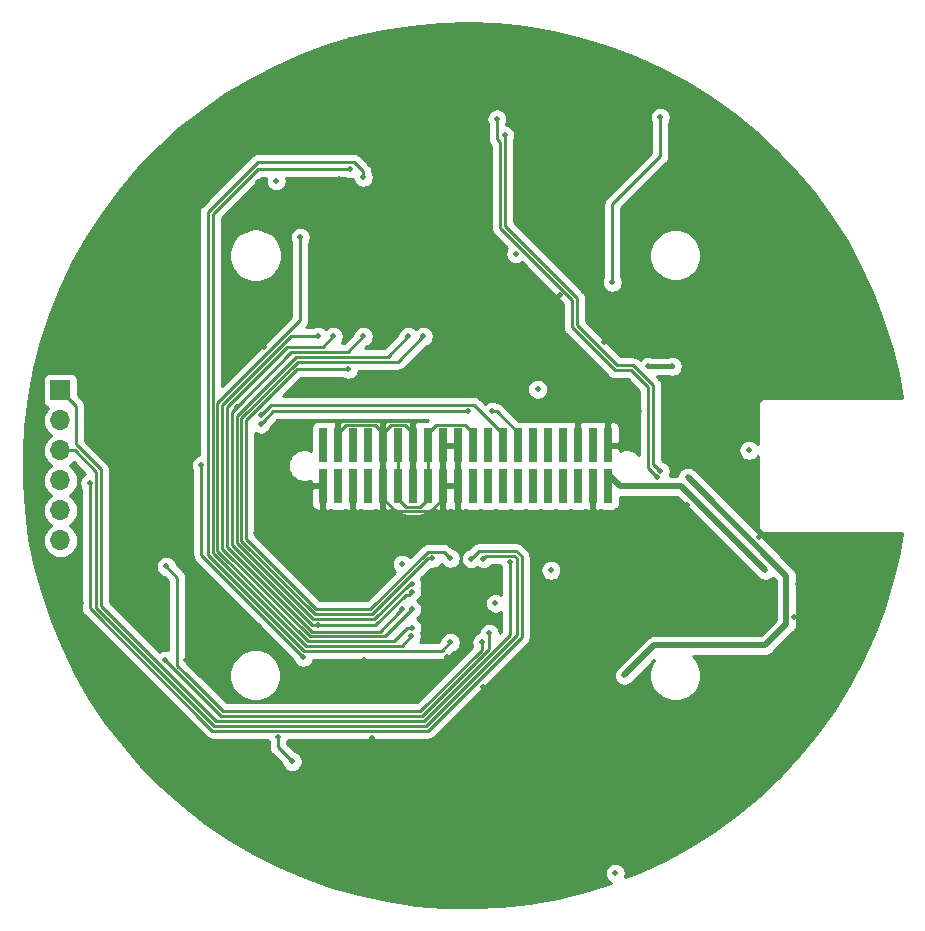
<source format=gbr>
G04 #@! TF.GenerationSoftware,KiCad,Pcbnew,(5.1.4)-1*
G04 #@! TF.CreationDate,2020-01-28T11:40:39-05:00*
G04 #@! TF.ProjectId,PDL_1920,50444c5f-3139-4323-902e-6b696361645f,rev?*
G04 #@! TF.SameCoordinates,Original*
G04 #@! TF.FileFunction,Copper,L3,Inr*
G04 #@! TF.FilePolarity,Positive*
%FSLAX46Y46*%
G04 Gerber Fmt 4.6, Leading zero omitted, Abs format (unit mm)*
G04 Created by KiCad (PCBNEW (5.1.4)-1) date 2020-01-28 11:40:39*
%MOMM*%
%LPD*%
G04 APERTURE LIST*
%ADD10R,0.740000X2.920000*%
%ADD11O,1.700000X1.700000*%
%ADD12R,1.700000X1.700000*%
%ADD13C,0.508000*%
%ADD14C,0.254000*%
%ADD15C,0.508000*%
%ADD16C,0.381000*%
G04 APERTURE END LIST*
D10*
X140335000Y-128744200D03*
X140335000Y-125314200D03*
X141605000Y-128744200D03*
X141605000Y-125314200D03*
X142875000Y-128744200D03*
X142875000Y-125314200D03*
X144145000Y-128744200D03*
X144145000Y-125314200D03*
X145415000Y-128744200D03*
X145415000Y-125314200D03*
X146685000Y-128744200D03*
X146685000Y-125314200D03*
X147955000Y-128744200D03*
X147955000Y-125314200D03*
X149225000Y-128744200D03*
X149225000Y-125314200D03*
X150495000Y-128744200D03*
X150495000Y-125314200D03*
X151765000Y-128744200D03*
X151765000Y-125314200D03*
X153035000Y-128744200D03*
X153035000Y-125314200D03*
X154305000Y-128744200D03*
X154305000Y-125314200D03*
X155575000Y-128744200D03*
X155575000Y-125314200D03*
X156845000Y-128744200D03*
X156845000Y-125314200D03*
X158115000Y-128744200D03*
X158115000Y-125314200D03*
X159385000Y-128744200D03*
X159385000Y-125314200D03*
X160655000Y-128744200D03*
X160655000Y-125314200D03*
X161925000Y-128744200D03*
X161925000Y-125314200D03*
X163195000Y-128744200D03*
X163195000Y-125314200D03*
X164465000Y-128744200D03*
X164465000Y-125314200D03*
D11*
X118110000Y-133350000D03*
X118110000Y-130810000D03*
X118110000Y-128270000D03*
X118110000Y-125730000D03*
X118110000Y-123190000D03*
D12*
X118110000Y-120650000D03*
D13*
X176491900Y-128663700D03*
X167106600Y-122364500D03*
X170434000Y-120142000D03*
X176568100Y-119367300D03*
X144526000Y-150114000D03*
X147066000Y-152400000D03*
X151993600Y-133350000D03*
X150622000Y-131953000D03*
X163576000Y-140335000D03*
X171577000Y-139954000D03*
X171831000Y-135128000D03*
X148590000Y-96520000D03*
X180213000Y-139827000D03*
X188683900Y-133223000D03*
X177292000Y-133096000D03*
X164719000Y-135509000D03*
X159766000Y-139700000D03*
X177673000Y-150622000D03*
X159893000Y-149606000D03*
X165354000Y-159512000D03*
X156210000Y-163703000D03*
X144145000Y-158242000D03*
X131445000Y-153670000D03*
X119888000Y-138684000D03*
X142113000Y-134366000D03*
X122859800Y-127127000D03*
X126746000Y-116205000D03*
X134797800Y-103035100D03*
X151511000Y-113792000D03*
X174244000Y-103505000D03*
X170688000Y-94869000D03*
X148704300Y-93726000D03*
X160528000Y-102235000D03*
X125349000Y-107061000D03*
X135382000Y-116967000D03*
X121285000Y-120777000D03*
X137033000Y-95377000D03*
X175260000Y-110871000D03*
X138049000Y-123952000D03*
X151130000Y-161290000D03*
X155829000Y-120015000D03*
X167513000Y-93345000D03*
X158369000Y-91948000D03*
X147955000Y-100203000D03*
X148717000Y-109855000D03*
X141732000Y-109982000D03*
X153924000Y-145796000D03*
X134962900Y-140563600D03*
X128524000Y-132740400D03*
X141693900Y-150482300D03*
X137756900Y-120827800D03*
X180517800Y-137007600D03*
X180047900Y-120599200D03*
X188201300Y-120281700D03*
X183349900Y-117538500D03*
X176580800Y-116751100D03*
X182156100Y-116128800D03*
X166509700Y-97510600D03*
X163741100Y-101409500D03*
X141732000Y-102717600D03*
X143471900Y-96227900D03*
X142582900Y-90982800D03*
X139966700Y-92417900D03*
X128016000Y-128155700D03*
X127584200Y-126111000D03*
X125476000Y-135597900D03*
X124675900Y-151193500D03*
X136982200Y-160680400D03*
X147199900Y-160610000D03*
X154127200Y-159639000D03*
X165646100Y-147345400D03*
X167182800Y-139026900D03*
X171157900Y-130378200D03*
X182372000Y-109537500D03*
X129171700Y-121183400D03*
X134632700Y-132740400D03*
X129832100Y-135572500D03*
X128714500Y-143510000D03*
X145300700Y-119951500D03*
X160388300Y-112547400D03*
X164160200Y-116586000D03*
X154381200Y-100342700D03*
X155295600Y-149644100D03*
X150799800Y-143217900D03*
X143814800Y-143459200D03*
X152603200Y-154279600D03*
X168656000Y-128016000D03*
X155067002Y-97662998D03*
X168910000Y-127508000D03*
X155727410Y-99059990D03*
X165862000Y-144780004D03*
X171208705Y-128003295D03*
X165100000Y-161544000D03*
X147040590Y-135356610D03*
X154946410Y-138677590D03*
X159639000Y-135890000D03*
X176402998Y-125730004D03*
X136385300Y-102920800D03*
X158508700Y-120561100D03*
X156664502Y-109072546D03*
X143764000Y-116078000D03*
X147842041Y-137681198D03*
X139954000Y-140538232D03*
X133026150Y-122040650D03*
X167894000Y-118618000D03*
X169926000Y-118618002D03*
X177799996Y-135890000D03*
X153796994Y-141986000D03*
X127076200Y-135559800D03*
X135060679Y-122741677D03*
X154431996Y-141224000D03*
X127000000Y-143510000D03*
X152654000Y-122428000D03*
X154686000Y-122428000D03*
X135060678Y-123503678D03*
X130047995Y-127000005D03*
X138684000Y-143256000D03*
X136519753Y-149987044D03*
X137718810Y-152069800D03*
X148844000Y-116078000D03*
X149605988Y-134874000D03*
X147574000Y-116078000D03*
X147854236Y-137020899D03*
X142494004Y-118872000D03*
X151130000Y-134874000D03*
X141224000Y-116078000D03*
X147065998Y-139192000D03*
X139954000Y-116078000D03*
X147840588Y-139194513D03*
X151130000Y-141986000D03*
X143764000Y-102616000D03*
X147828000Y-141477996D03*
X142624822Y-101879410D03*
X138430000Y-107696000D03*
X147845462Y-140733430D03*
X156209991Y-135178821D03*
X152908028Y-134899372D03*
X120599179Y-128524000D03*
X153931177Y-134901122D03*
X164846000Y-111506000D03*
X168910000Y-97536000D03*
D14*
X150495000Y-129807122D02*
X150495000Y-127744200D01*
X149412112Y-130890010D02*
X150495000Y-129807122D01*
X146497888Y-130890010D02*
X149412112Y-130890010D01*
X145415000Y-129807122D02*
X146497888Y-130890010D01*
X145415000Y-127744200D02*
X145415000Y-129807122D01*
X146091479Y-123574799D02*
X145415000Y-124251278D01*
X147278521Y-123574799D02*
X146091479Y-123574799D01*
X147955000Y-124251278D02*
X147278521Y-123574799D01*
X147955000Y-126314200D02*
X147955000Y-124251278D01*
X141605000Y-124251278D02*
X141605000Y-126314200D01*
X142281479Y-123574799D02*
X141605000Y-124251278D01*
X144738521Y-123574799D02*
X142281479Y-123574799D01*
X145415000Y-124251278D02*
X144738521Y-123574799D01*
X145415000Y-126314200D02*
X145415000Y-124251278D01*
X167893989Y-127253989D02*
X168656000Y-128016000D01*
X167893990Y-120383290D02*
X167893989Y-127253989D01*
X166458900Y-118948200D02*
X167893990Y-120383290D01*
X165049200Y-118948200D02*
X166458900Y-118948200D01*
X155067002Y-99390202D02*
X155321000Y-99644200D01*
X155067002Y-97662998D02*
X155067002Y-99390202D01*
X155321000Y-99644200D02*
X155321001Y-106899151D01*
X155321001Y-106899151D02*
X161404300Y-112982450D01*
X161404300Y-112982450D02*
X161404300Y-115303300D01*
X161404300Y-115303300D02*
X165049200Y-118948200D01*
X168300400Y-126898400D02*
X168910000Y-127508000D01*
X168300400Y-120214950D02*
X168300400Y-126898400D01*
X155727410Y-106730810D02*
X161848810Y-112852210D01*
X155727410Y-99059990D02*
X155727410Y-106730810D01*
X161848810Y-112852210D02*
X161848810Y-115125510D01*
X161848810Y-115125510D02*
X165265090Y-118541790D01*
X165265090Y-118541790D02*
X166627240Y-118541790D01*
X166627240Y-118541790D02*
X168300400Y-120214950D01*
D15*
X179578000Y-136372590D02*
X171462704Y-128257294D01*
X177800000Y-142240000D02*
X179578000Y-140462000D01*
X168402004Y-142240000D02*
X177800000Y-142240000D01*
X179578000Y-140462000D02*
X179578000Y-136372590D01*
X171462704Y-128257294D02*
X171208705Y-128003295D01*
X165862000Y-144780004D02*
X168402004Y-142240000D01*
D14*
X140313210Y-140538232D02*
X139954000Y-140538232D01*
X147588042Y-137935197D02*
X147335084Y-137935197D01*
X147335084Y-137935197D02*
X144732049Y-140538232D01*
X144732049Y-140538232D02*
X140313210Y-140538232D01*
X147842041Y-137681198D02*
X147588042Y-137935197D01*
X139594790Y-140538232D02*
X139954000Y-140538232D01*
X142443178Y-117398822D02*
X137667978Y-117398822D01*
X143764000Y-116078000D02*
X142443178Y-117398822D01*
X137667978Y-117398822D02*
X133026150Y-122040650D01*
X132613457Y-122453343D02*
X132613457Y-133736957D01*
X132613457Y-133736957D02*
X139414732Y-140538232D01*
X139414732Y-140538232D02*
X139594790Y-140538232D01*
X133026150Y-122040650D02*
X132613457Y-122453343D01*
D16*
X167894000Y-118618000D02*
X169925998Y-118618000D01*
X169925998Y-118618000D02*
X169926000Y-118618002D01*
D15*
X177799996Y-135889996D02*
X177799996Y-135890000D01*
X170688000Y-128778000D02*
X177799996Y-135889996D01*
X164465000Y-127744200D02*
X165498800Y-128778000D01*
X165498800Y-128778000D02*
X170688000Y-128778000D01*
D14*
X153796994Y-142621006D02*
X153796994Y-141986000D01*
X148590000Y-147828000D02*
X153796994Y-142621006D01*
X132080000Y-147828000D02*
X148590000Y-147828000D01*
X132080000Y-147828000D02*
X131892750Y-147828000D01*
X131892750Y-147828000D02*
X131275175Y-147210425D01*
X131275175Y-147210425D02*
X128620875Y-144556125D01*
X128015999Y-143951249D02*
X128015999Y-137414001D01*
X128620875Y-144556125D02*
X128015999Y-143951249D01*
X128015999Y-137414001D02*
X128016000Y-137414000D01*
X128016000Y-137414000D02*
X128016000Y-136499600D01*
X128016000Y-136499600D02*
X127076200Y-135559800D01*
X135314678Y-122487678D02*
X135060679Y-122741677D01*
X135907756Y-121894600D02*
X135314678Y-122487678D01*
X153136600Y-121894600D02*
X135907756Y-121894600D01*
X155575000Y-126314200D02*
X155575000Y-124333000D01*
X155575000Y-124333000D02*
X153136600Y-121894600D01*
X131724411Y-148234411D02*
X148758340Y-148234411D01*
X127000000Y-143510000D02*
X131724411Y-148234411D01*
X148758340Y-148234411D02*
X154431996Y-142560755D01*
X154431996Y-141583210D02*
X154431996Y-141224000D01*
X154431996Y-142560755D02*
X154431996Y-141583210D01*
X156845000Y-124227790D02*
X156845000Y-126314200D01*
X155045210Y-122428000D02*
X156845000Y-124227790D01*
X154686000Y-122428000D02*
X155045210Y-122428000D01*
X135314677Y-123249679D02*
X135060678Y-123503678D01*
X136136356Y-122428000D02*
X135314677Y-123249679D01*
X152654000Y-122428000D02*
X136136356Y-122428000D01*
X130047995Y-127000005D02*
X130047995Y-134619995D01*
X130047995Y-134619995D02*
X138684000Y-143256000D01*
X137464811Y-151815801D02*
X137718810Y-152069800D01*
X136519753Y-149987044D02*
X136519753Y-150870743D01*
X136519753Y-150870743D02*
X137464811Y-151815801D01*
X149225000Y-127744200D02*
X149225000Y-126314200D01*
X146685000Y-127744200D02*
X146685000Y-126314200D01*
X149901479Y-123574799D02*
X149225000Y-124251278D01*
X152358521Y-123574799D02*
X149901479Y-123574799D01*
X153035000Y-124251278D02*
X152358521Y-123574799D01*
X153035000Y-126314200D02*
X153035000Y-124251278D01*
X149225000Y-124251278D02*
X149225000Y-126314200D01*
X146685000Y-129807122D02*
X146685000Y-127744200D01*
X147361479Y-130483601D02*
X146685000Y-129807122D01*
X148548521Y-130483601D02*
X147361479Y-130483601D01*
X149225000Y-129807122D02*
X148548521Y-130483601D01*
X149225000Y-127744200D02*
X149225000Y-129807122D01*
X149246778Y-134874000D02*
X149605988Y-134874000D01*
X144522367Y-139598411D02*
X149246778Y-134874000D01*
X133426279Y-133400279D02*
X139624411Y-139598411D01*
X146710356Y-118211644D02*
X138234171Y-118211644D01*
X133426279Y-123019536D02*
X133426279Y-133400279D01*
X139624411Y-139598411D02*
X144522367Y-139598411D01*
X138234171Y-118211644D02*
X133426279Y-123019536D01*
X148844000Y-116078000D02*
X146710356Y-118211644D01*
X144690708Y-140004822D02*
X147674631Y-137020899D01*
X133019868Y-122851196D02*
X133019868Y-133568618D01*
X138065831Y-117805233D02*
X133019868Y-122851196D01*
X145846767Y-117805233D02*
X138065831Y-117805233D01*
X147574000Y-116078000D02*
X145846767Y-117805233D01*
X133019868Y-133568618D02*
X139456072Y-140004822D01*
X147674631Y-137020899D02*
X147854236Y-137020899D01*
X139456072Y-140004822D02*
X144690708Y-140004822D01*
X149205429Y-134340599D02*
X150596599Y-134340599D01*
X144354028Y-139192000D02*
X149205429Y-134340599D01*
X133832690Y-133231940D02*
X139792750Y-139192000D01*
X142494004Y-118872000D02*
X138148566Y-118872000D01*
X133832690Y-123187876D02*
X133832690Y-133231940D01*
X139792750Y-139192000D02*
X144354028Y-139192000D01*
X150596599Y-134340599D02*
X150876001Y-134620001D01*
X150876001Y-134620001D02*
X151130000Y-134874000D01*
X138148566Y-118872000D02*
X133832690Y-123187876D01*
X140309589Y-116992411D02*
X137299688Y-116992411D01*
X141224000Y-116078000D02*
X140309589Y-116992411D01*
X132207046Y-133905296D02*
X139373384Y-141071634D01*
X145186364Y-141071634D02*
X146811999Y-139445999D01*
X137299688Y-116992411D02*
X132207046Y-122085053D01*
X132207046Y-122085053D02*
X132207046Y-133905296D01*
X139373384Y-141071634D02*
X145186364Y-141071634D01*
X146811999Y-139445999D02*
X147065998Y-139192000D01*
X147586589Y-139448512D02*
X147840588Y-139194513D01*
X131800635Y-121916713D02*
X131800635Y-134073636D01*
X137639348Y-116078000D02*
X131800635Y-121916713D01*
X145557056Y-141478045D02*
X147586589Y-139448512D01*
X139954000Y-116078000D02*
X137639348Y-116078000D01*
X131800635Y-134073636D02*
X139205044Y-141478045D01*
X139205044Y-141478045D02*
X145557056Y-141478045D01*
X143764000Y-102256790D02*
X143764000Y-102616000D01*
X143764000Y-102108000D02*
X143764000Y-102256790D01*
X142989300Y-101333300D02*
X143764000Y-102108000D01*
X150418722Y-142697278D02*
X138700024Y-142697278D01*
X151130000Y-141986000D02*
X150418722Y-142697278D01*
X138700024Y-142697278D02*
X130581402Y-134578656D01*
X130581402Y-134578656D02*
X130581402Y-105571847D01*
X130581402Y-105571847D02*
X134819949Y-101333300D01*
X134819949Y-101333300D02*
X142989300Y-101333300D01*
X147015129Y-142290867D02*
X138868364Y-142290867D01*
X142265612Y-101879410D02*
X142624822Y-101879410D01*
X147828000Y-141477996D02*
X147015129Y-142290867D01*
X138868364Y-142290867D02*
X130987813Y-134410316D01*
X130987813Y-134410316D02*
X130987813Y-105740187D01*
X130987813Y-105740187D02*
X134848590Y-101879410D01*
X134848590Y-101879410D02*
X142265612Y-101879410D01*
X147486252Y-140733430D02*
X147845462Y-140733430D01*
X138430000Y-114712597D02*
X131394224Y-121748373D01*
X139036704Y-141884456D02*
X146335226Y-141884456D01*
X138430000Y-107696000D02*
X138430000Y-114712597D01*
X131394224Y-121748373D02*
X131394224Y-134241976D01*
X131394224Y-134241976D02*
X139036704Y-141884456D01*
X146335226Y-141884456D02*
X147486252Y-140733430D01*
X156209991Y-135538031D02*
X156209991Y-135178821D01*
X156209991Y-141357511D02*
X156209991Y-135538031D01*
X148926680Y-148640822D02*
X156209991Y-141357511D01*
X119418100Y-121958100D02*
X119418100Y-125222000D01*
X118110000Y-120650000D02*
X119418100Y-121958100D01*
X119418100Y-125222000D02*
X121539000Y-127342900D01*
X121539000Y-127342900D02*
X121539000Y-138877751D01*
X121539000Y-138877751D02*
X131302071Y-148640822D01*
X131302071Y-148640822D02*
X148926680Y-148640822D01*
X130965391Y-149453644D02*
X120599179Y-139087432D01*
X153568410Y-134238990D02*
X156685175Y-134238990D01*
X157149812Y-134703627D02*
X157149812Y-141567192D01*
X120599179Y-139087432D02*
X120599179Y-128883210D01*
X152908028Y-134899372D02*
X153568410Y-134238990D01*
X156685175Y-134238990D02*
X157149812Y-134703627D01*
X120599179Y-128883210D02*
X120599179Y-128524000D01*
X157149812Y-141567192D02*
X149263360Y-149453644D01*
X149263360Y-149453644D02*
X130965391Y-149453644D01*
X154186898Y-134645401D02*
X154185176Y-134647123D01*
X131133731Y-149047233D02*
X149095020Y-149047233D01*
X121132589Y-127550508D02*
X121132589Y-139046091D01*
X156516835Y-134645401D02*
X154186898Y-134645401D01*
X149095020Y-149047233D02*
X156743401Y-141398852D01*
X154185176Y-134647123D02*
X153931177Y-134901122D01*
X156743401Y-134871967D02*
X156516835Y-134645401D01*
X121132589Y-139046091D02*
X131133731Y-149047233D01*
X119312081Y-125730000D02*
X121132589Y-127550508D01*
X118110000Y-125730000D02*
X119312081Y-125730000D01*
X156743401Y-141398852D02*
X156743401Y-134871967D01*
X168910000Y-97895210D02*
X168910000Y-97536000D01*
X168910000Y-100838000D02*
X168910000Y-97895210D01*
X164846000Y-111506000D02*
X164846000Y-104902000D01*
X164846000Y-104902000D02*
X168910000Y-100838000D01*
G36*
X155053169Y-89669787D02*
G01*
X157456648Y-89918813D01*
X159839047Y-90322423D01*
X162190426Y-90878930D01*
X164500981Y-91586015D01*
X166761110Y-92440737D01*
X168961372Y-93439530D01*
X171092581Y-94578224D01*
X173145879Y-95852083D01*
X175112682Y-97255788D01*
X176984802Y-98783486D01*
X178754431Y-100428811D01*
X180414195Y-102184902D01*
X181957189Y-104044463D01*
X183376949Y-105999696D01*
X184667581Y-108042485D01*
X185823697Y-110164305D01*
X186840473Y-112356300D01*
X187713680Y-114609353D01*
X188439666Y-116914037D01*
X189015417Y-119260794D01*
X189370978Y-121260000D01*
X177832419Y-121260000D01*
X177800000Y-121256807D01*
X177767581Y-121260000D01*
X177670617Y-121269550D01*
X177546207Y-121307290D01*
X177431550Y-121368575D01*
X177331052Y-121451052D01*
X177248575Y-121551550D01*
X177187290Y-121666207D01*
X177149550Y-121790617D01*
X177136807Y-121920000D01*
X177140000Y-121952419D01*
X177140000Y-125232849D01*
X177093529Y-125163300D01*
X176969702Y-125039473D01*
X176824097Y-124942183D01*
X176662310Y-124875168D01*
X176490557Y-124841004D01*
X176315439Y-124841004D01*
X176143686Y-124875168D01*
X175981899Y-124942183D01*
X175836294Y-125039473D01*
X175712467Y-125163300D01*
X175615177Y-125308905D01*
X175548162Y-125470692D01*
X175513998Y-125642445D01*
X175513998Y-125817563D01*
X175548162Y-125989316D01*
X175615177Y-126151103D01*
X175712467Y-126296708D01*
X175836294Y-126420535D01*
X175981899Y-126517825D01*
X176143686Y-126584840D01*
X176315439Y-126619004D01*
X176490557Y-126619004D01*
X176662310Y-126584840D01*
X176824097Y-126517825D01*
X176969702Y-126420535D01*
X177093529Y-126296708D01*
X177140000Y-126227158D01*
X177140001Y-132047571D01*
X177136807Y-132080000D01*
X177149550Y-132209383D01*
X177187290Y-132333793D01*
X177248575Y-132448450D01*
X177331052Y-132548948D01*
X177431550Y-132631425D01*
X177546207Y-132692710D01*
X177670617Y-132730450D01*
X177767581Y-132740000D01*
X177800000Y-132743193D01*
X177832419Y-132740000D01*
X189364565Y-132740000D01*
X189090508Y-134375008D01*
X188538103Y-136727362D01*
X187835045Y-139039174D01*
X186984275Y-141300771D01*
X185989328Y-143502763D01*
X184854358Y-145635953D01*
X183584084Y-147691473D01*
X182183813Y-149660729D01*
X180659387Y-151535508D01*
X179017145Y-153308016D01*
X177263944Y-154970849D01*
X175407095Y-156517075D01*
X173454326Y-157940257D01*
X171413804Y-159234445D01*
X169294022Y-160394253D01*
X167103780Y-161414866D01*
X165925619Y-161873848D01*
X165954836Y-161803312D01*
X165989000Y-161631559D01*
X165989000Y-161456441D01*
X165954836Y-161284688D01*
X165887821Y-161122901D01*
X165790531Y-160977296D01*
X165666704Y-160853469D01*
X165521099Y-160756179D01*
X165359312Y-160689164D01*
X165187559Y-160655000D01*
X165012441Y-160655000D01*
X164840688Y-160689164D01*
X164678901Y-160756179D01*
X164533296Y-160853469D01*
X164409469Y-160977296D01*
X164312179Y-161122901D01*
X164245164Y-161284688D01*
X164211000Y-161456441D01*
X164211000Y-161631559D01*
X164245164Y-161803312D01*
X164312179Y-161965099D01*
X164409469Y-162110704D01*
X164533296Y-162234531D01*
X164678901Y-162331821D01*
X164699583Y-162340388D01*
X162548839Y-163022010D01*
X160203103Y-163601855D01*
X157824836Y-164029115D01*
X155423968Y-164302007D01*
X153010466Y-164419399D01*
X150594434Y-164380798D01*
X148185920Y-164186365D01*
X145795005Y-163836913D01*
X143431584Y-163333891D01*
X141105566Y-162679405D01*
X138826644Y-161876183D01*
X136604290Y-160927565D01*
X134447791Y-159837514D01*
X132366132Y-158610572D01*
X130367988Y-157251852D01*
X128461676Y-155767009D01*
X126655181Y-154162261D01*
X124956000Y-152444273D01*
X123371228Y-150620214D01*
X121907462Y-148697678D01*
X120570819Y-146684700D01*
X119366868Y-144589665D01*
X118300618Y-142421291D01*
X117376526Y-140188647D01*
X116598434Y-137901009D01*
X115969591Y-135567928D01*
X115492617Y-133199131D01*
X115169502Y-130804486D01*
X115001592Y-128393982D01*
X114989587Y-125977677D01*
X115133538Y-123565618D01*
X115180426Y-123190000D01*
X116617815Y-123190000D01*
X116646487Y-123481111D01*
X116731401Y-123761034D01*
X116869294Y-124019014D01*
X117054866Y-124245134D01*
X117280986Y-124430706D01*
X117335791Y-124460000D01*
X117280986Y-124489294D01*
X117054866Y-124674866D01*
X116869294Y-124900986D01*
X116731401Y-125158966D01*
X116646487Y-125438889D01*
X116617815Y-125730000D01*
X116646487Y-126021111D01*
X116731401Y-126301034D01*
X116869294Y-126559014D01*
X117054866Y-126785134D01*
X117280986Y-126970706D01*
X117335791Y-127000000D01*
X117280986Y-127029294D01*
X117054866Y-127214866D01*
X116869294Y-127440986D01*
X116731401Y-127698966D01*
X116646487Y-127978889D01*
X116617815Y-128270000D01*
X116646487Y-128561111D01*
X116731401Y-128841034D01*
X116869294Y-129099014D01*
X117054866Y-129325134D01*
X117280986Y-129510706D01*
X117335791Y-129540000D01*
X117280986Y-129569294D01*
X117054866Y-129754866D01*
X116869294Y-129980986D01*
X116731401Y-130238966D01*
X116646487Y-130518889D01*
X116617815Y-130810000D01*
X116646487Y-131101111D01*
X116731401Y-131381034D01*
X116869294Y-131639014D01*
X117054866Y-131865134D01*
X117280986Y-132050706D01*
X117335791Y-132080000D01*
X117280986Y-132109294D01*
X117054866Y-132294866D01*
X116869294Y-132520986D01*
X116731401Y-132778966D01*
X116646487Y-133058889D01*
X116617815Y-133350000D01*
X116646487Y-133641111D01*
X116731401Y-133921034D01*
X116869294Y-134179014D01*
X117054866Y-134405134D01*
X117280986Y-134590706D01*
X117538966Y-134728599D01*
X117818889Y-134813513D01*
X118037050Y-134835000D01*
X118182950Y-134835000D01*
X118401111Y-134813513D01*
X118681034Y-134728599D01*
X118939014Y-134590706D01*
X119165134Y-134405134D01*
X119350706Y-134179014D01*
X119488599Y-133921034D01*
X119573513Y-133641111D01*
X119602185Y-133350000D01*
X119573513Y-133058889D01*
X119488599Y-132778966D01*
X119350706Y-132520986D01*
X119165134Y-132294866D01*
X118939014Y-132109294D01*
X118884209Y-132080000D01*
X118939014Y-132050706D01*
X119165134Y-131865134D01*
X119350706Y-131639014D01*
X119488599Y-131381034D01*
X119573513Y-131101111D01*
X119602185Y-130810000D01*
X119573513Y-130518889D01*
X119488599Y-130238966D01*
X119350706Y-129980986D01*
X119165134Y-129754866D01*
X118939014Y-129569294D01*
X118884209Y-129540000D01*
X118939014Y-129510706D01*
X119165134Y-129325134D01*
X119350706Y-129099014D01*
X119488599Y-128841034D01*
X119573513Y-128561111D01*
X119602185Y-128270000D01*
X119573513Y-127978889D01*
X119488599Y-127698966D01*
X119350706Y-127440986D01*
X119165134Y-127214866D01*
X118939014Y-127029294D01*
X118884209Y-127000000D01*
X118939014Y-126970706D01*
X119165134Y-126785134D01*
X119221231Y-126716780D01*
X120222309Y-127717859D01*
X120178080Y-127736179D01*
X120032475Y-127833469D01*
X119908648Y-127957296D01*
X119811358Y-128102901D01*
X119744343Y-128264688D01*
X119710179Y-128436441D01*
X119710179Y-128611559D01*
X119744343Y-128783312D01*
X119811358Y-128945099D01*
X119837180Y-128983744D01*
X119837179Y-139050009D01*
X119833493Y-139087432D01*
X119837179Y-139124855D01*
X119837179Y-139124857D01*
X119848205Y-139236809D01*
X119891777Y-139380446D01*
X119903553Y-139402477D01*
X119962534Y-139512824D01*
X119998124Y-139556190D01*
X120057757Y-139628854D01*
X120086833Y-139652716D01*
X130400107Y-149965990D01*
X130423969Y-149995066D01*
X130474106Y-150036212D01*
X130539998Y-150090289D01*
X130595154Y-150119770D01*
X130672376Y-150161046D01*
X130816013Y-150204618D01*
X130927965Y-150215644D01*
X130927968Y-150215644D01*
X130965391Y-150219330D01*
X131002814Y-150215644D01*
X135658808Y-150215644D01*
X135664917Y-150246356D01*
X135731932Y-150408143D01*
X135757753Y-150446787D01*
X135757753Y-150833320D01*
X135754067Y-150870743D01*
X135757753Y-150908166D01*
X135757753Y-150908169D01*
X135768041Y-151012622D01*
X135768780Y-151020121D01*
X135812352Y-151163758D01*
X135883108Y-151296135D01*
X135950893Y-151378730D01*
X135978332Y-151412165D01*
X136007402Y-151436022D01*
X136854907Y-152283528D01*
X136863974Y-152329112D01*
X136930989Y-152490899D01*
X137028279Y-152636504D01*
X137152106Y-152760331D01*
X137297711Y-152857621D01*
X137459498Y-152924636D01*
X137631251Y-152958800D01*
X137806369Y-152958800D01*
X137978122Y-152924636D01*
X138139909Y-152857621D01*
X138285514Y-152760331D01*
X138409341Y-152636504D01*
X138506631Y-152490899D01*
X138573646Y-152329112D01*
X138607810Y-152157359D01*
X138607810Y-151982241D01*
X138573646Y-151810488D01*
X138506631Y-151648701D01*
X138409341Y-151503096D01*
X138285514Y-151379269D01*
X138139909Y-151281979D01*
X137978122Y-151214964D01*
X137932538Y-151205897D01*
X137281753Y-150555113D01*
X137281753Y-150446787D01*
X137307574Y-150408143D01*
X137374589Y-150246356D01*
X137380698Y-150215644D01*
X149225937Y-150215644D01*
X149263360Y-150219330D01*
X149300783Y-150215644D01*
X149300786Y-150215644D01*
X149412738Y-150204618D01*
X149556375Y-150161046D01*
X149688752Y-150090289D01*
X149804782Y-149995066D01*
X149828644Y-149965990D01*
X157662164Y-142132471D01*
X157691234Y-142108614D01*
X157786457Y-141992584D01*
X157857214Y-141860207D01*
X157900786Y-141716570D01*
X157911812Y-141604618D01*
X157911812Y-141604616D01*
X157915498Y-141567193D01*
X157911812Y-141529770D01*
X157911812Y-135802441D01*
X158750000Y-135802441D01*
X158750000Y-135977559D01*
X158784164Y-136149312D01*
X158851179Y-136311099D01*
X158948469Y-136456704D01*
X159072296Y-136580531D01*
X159217901Y-136677821D01*
X159379688Y-136744836D01*
X159551441Y-136779000D01*
X159726559Y-136779000D01*
X159898312Y-136744836D01*
X160060099Y-136677821D01*
X160205704Y-136580531D01*
X160329531Y-136456704D01*
X160426821Y-136311099D01*
X160493836Y-136149312D01*
X160528000Y-135977559D01*
X160528000Y-135802441D01*
X160493836Y-135630688D01*
X160426821Y-135468901D01*
X160329531Y-135323296D01*
X160205704Y-135199469D01*
X160060099Y-135102179D01*
X159898312Y-135035164D01*
X159726559Y-135001000D01*
X159551441Y-135001000D01*
X159379688Y-135035164D01*
X159217901Y-135102179D01*
X159072296Y-135199469D01*
X158948469Y-135323296D01*
X158851179Y-135468901D01*
X158784164Y-135630688D01*
X158750000Y-135802441D01*
X157911812Y-135802441D01*
X157911812Y-134741050D01*
X157915498Y-134703627D01*
X157909933Y-134647123D01*
X157900786Y-134554249D01*
X157857214Y-134410612D01*
X157819791Y-134340599D01*
X157786457Y-134278234D01*
X157741138Y-134223014D01*
X157691234Y-134162205D01*
X157662159Y-134138344D01*
X157250459Y-133726644D01*
X157226597Y-133697568D01*
X157110567Y-133602345D01*
X156978190Y-133531588D01*
X156834553Y-133488016D01*
X156722601Y-133476990D01*
X156722598Y-133476990D01*
X156685175Y-133473304D01*
X156647752Y-133476990D01*
X153605832Y-133476990D01*
X153568409Y-133473304D01*
X153530986Y-133476990D01*
X153530984Y-133476990D01*
X153419032Y-133488016D01*
X153275395Y-133531588D01*
X153143018Y-133602345D01*
X153026988Y-133697568D01*
X153003130Y-133726639D01*
X152694301Y-134035469D01*
X152648716Y-134044536D01*
X152486929Y-134111551D01*
X152341324Y-134208841D01*
X152217497Y-134332668D01*
X152120207Y-134478273D01*
X152053192Y-134640060D01*
X152019028Y-134811813D01*
X152019028Y-134986931D01*
X152053192Y-135158684D01*
X152120207Y-135320471D01*
X152217497Y-135466076D01*
X152341324Y-135589903D01*
X152486929Y-135687193D01*
X152648716Y-135754208D01*
X152820469Y-135788372D01*
X152995587Y-135788372D01*
X153167340Y-135754208D01*
X153329127Y-135687193D01*
X153418293Y-135627614D01*
X153510078Y-135688943D01*
X153671865Y-135755958D01*
X153843618Y-135790122D01*
X154018736Y-135790122D01*
X154190489Y-135755958D01*
X154352276Y-135688943D01*
X154497881Y-135591653D01*
X154621708Y-135467826D01*
X154662083Y-135407401D01*
X155349042Y-135407401D01*
X155355155Y-135438133D01*
X155422170Y-135599920D01*
X155447992Y-135638565D01*
X155447992Y-137943546D01*
X155367509Y-137889769D01*
X155205722Y-137822754D01*
X155033969Y-137788590D01*
X154858851Y-137788590D01*
X154687098Y-137822754D01*
X154525311Y-137889769D01*
X154379706Y-137987059D01*
X154255879Y-138110886D01*
X154158589Y-138256491D01*
X154091574Y-138418278D01*
X154057410Y-138590031D01*
X154057410Y-138765149D01*
X154091574Y-138936902D01*
X154158589Y-139098689D01*
X154255879Y-139244294D01*
X154379706Y-139368121D01*
X154525311Y-139465411D01*
X154687098Y-139532426D01*
X154858851Y-139566590D01*
X155033969Y-139566590D01*
X155205722Y-139532426D01*
X155367509Y-139465411D01*
X155447991Y-139411635D01*
X155447991Y-141041880D01*
X155320996Y-141168875D01*
X155320996Y-141136441D01*
X155286832Y-140964688D01*
X155219817Y-140802901D01*
X155122527Y-140657296D01*
X154998700Y-140533469D01*
X154853095Y-140436179D01*
X154691308Y-140369164D01*
X154519555Y-140335000D01*
X154344437Y-140335000D01*
X154172684Y-140369164D01*
X154010897Y-140436179D01*
X153865292Y-140533469D01*
X153741465Y-140657296D01*
X153644175Y-140802901D01*
X153577160Y-140964688D01*
X153544308Y-141129846D01*
X153537682Y-141131164D01*
X153375895Y-141198179D01*
X153230290Y-141295469D01*
X153106463Y-141419296D01*
X153009173Y-141564901D01*
X152942158Y-141726688D01*
X152907994Y-141898441D01*
X152907994Y-142073559D01*
X152942158Y-142245312D01*
X152986942Y-142353428D01*
X148274370Y-147066000D01*
X132208381Y-147066000D01*
X131840458Y-146698078D01*
X131840454Y-146698073D01*
X129706351Y-144563970D01*
X132426613Y-144563970D01*
X132426613Y-144996030D01*
X132510904Y-145419787D01*
X132676246Y-145818958D01*
X132916285Y-146178203D01*
X133221797Y-146483715D01*
X133581042Y-146723754D01*
X133980213Y-146889096D01*
X134403970Y-146973387D01*
X134836030Y-146973387D01*
X135259787Y-146889096D01*
X135658958Y-146723754D01*
X136018203Y-146483715D01*
X136323715Y-146178203D01*
X136563754Y-145818958D01*
X136729096Y-145419787D01*
X136813387Y-144996030D01*
X136813387Y-144563970D01*
X136729096Y-144140213D01*
X136563754Y-143741042D01*
X136323715Y-143381797D01*
X136018203Y-143076285D01*
X135658958Y-142836246D01*
X135259787Y-142670904D01*
X134836030Y-142586613D01*
X134403970Y-142586613D01*
X133980213Y-142670904D01*
X133581042Y-142836246D01*
X133221797Y-143076285D01*
X132916285Y-143381797D01*
X132676246Y-143741042D01*
X132510904Y-144140213D01*
X132426613Y-144563970D01*
X129706351Y-144563970D01*
X129186158Y-144043778D01*
X129186154Y-144043773D01*
X128777999Y-143635619D01*
X128777999Y-137451436D01*
X128778000Y-137451426D01*
X128778000Y-137451424D01*
X128781686Y-137414001D01*
X128778000Y-137376575D01*
X128778000Y-136537023D01*
X128781686Y-136499600D01*
X128778000Y-136462174D01*
X128766974Y-136350222D01*
X128723402Y-136206585D01*
X128685399Y-136135486D01*
X128652645Y-136074207D01*
X128581279Y-135987248D01*
X128557422Y-135958178D01*
X128528351Y-135934321D01*
X127940104Y-135346073D01*
X127931036Y-135300488D01*
X127864021Y-135138701D01*
X127766731Y-134993096D01*
X127642904Y-134869269D01*
X127497299Y-134771979D01*
X127335512Y-134704964D01*
X127163759Y-134670800D01*
X126988641Y-134670800D01*
X126816888Y-134704964D01*
X126655101Y-134771979D01*
X126509496Y-134869269D01*
X126385669Y-134993096D01*
X126288379Y-135138701D01*
X126221364Y-135300488D01*
X126187200Y-135472241D01*
X126187200Y-135647359D01*
X126221364Y-135819112D01*
X126288379Y-135980899D01*
X126385669Y-136126504D01*
X126509496Y-136250331D01*
X126655101Y-136347621D01*
X126816888Y-136414636D01*
X126862473Y-136423704D01*
X127254001Y-136815231D01*
X127254000Y-137376567D01*
X127250313Y-137414001D01*
X127254000Y-137451434D01*
X127253999Y-142654107D01*
X127087559Y-142621000D01*
X126912441Y-142621000D01*
X126740688Y-142655164D01*
X126578901Y-142722179D01*
X126508260Y-142769380D01*
X122301000Y-138562121D01*
X122301000Y-127380323D01*
X122304686Y-127342900D01*
X122299615Y-127291414D01*
X122289974Y-127193522D01*
X122246402Y-127049885D01*
X122204080Y-126970706D01*
X122175645Y-126917507D01*
X122171492Y-126912446D01*
X129158995Y-126912446D01*
X129158995Y-127087564D01*
X129193159Y-127259317D01*
X129260174Y-127421104D01*
X129285995Y-127459748D01*
X129285996Y-134582562D01*
X129282309Y-134619995D01*
X129297022Y-134769373D01*
X129340594Y-134913010D01*
X129411350Y-135045387D01*
X129470711Y-135117718D01*
X129506574Y-135161417D01*
X129535644Y-135185274D01*
X137820097Y-143469728D01*
X137829164Y-143515312D01*
X137896179Y-143677099D01*
X137993469Y-143822704D01*
X138117296Y-143946531D01*
X138262901Y-144043821D01*
X138424688Y-144110836D01*
X138596441Y-144145000D01*
X138771559Y-144145000D01*
X138943312Y-144110836D01*
X139105099Y-144043821D01*
X139250704Y-143946531D01*
X139374531Y-143822704D01*
X139471821Y-143677099D01*
X139538836Y-143515312D01*
X139549982Y-143459278D01*
X150381299Y-143459278D01*
X150418722Y-143462964D01*
X150456145Y-143459278D01*
X150456148Y-143459278D01*
X150568100Y-143448252D01*
X150711737Y-143404680D01*
X150844114Y-143333923D01*
X150960144Y-143238700D01*
X150984005Y-143209625D01*
X151343727Y-142849903D01*
X151389312Y-142840836D01*
X151551099Y-142773821D01*
X151696704Y-142676531D01*
X151820531Y-142552704D01*
X151917821Y-142407099D01*
X151984836Y-142245312D01*
X152019000Y-142073559D01*
X152019000Y-141898441D01*
X151984836Y-141726688D01*
X151917821Y-141564901D01*
X151820531Y-141419296D01*
X151696704Y-141295469D01*
X151551099Y-141198179D01*
X151389312Y-141131164D01*
X151217559Y-141097000D01*
X151042441Y-141097000D01*
X150870688Y-141131164D01*
X150708901Y-141198179D01*
X150563296Y-141295469D01*
X150439469Y-141419296D01*
X150342179Y-141564901D01*
X150275164Y-141726688D01*
X150266097Y-141772273D01*
X150103092Y-141935278D01*
X148591644Y-141935278D01*
X148615821Y-141899095D01*
X148682836Y-141737308D01*
X148717000Y-141565555D01*
X148717000Y-141390437D01*
X148682836Y-141218684D01*
X148644772Y-141126791D01*
X148700298Y-140992742D01*
X148734462Y-140820989D01*
X148734462Y-140645871D01*
X148700298Y-140474118D01*
X148633283Y-140312331D01*
X148535993Y-140166726D01*
X148412166Y-140042899D01*
X148291605Y-139962343D01*
X148407292Y-139885044D01*
X148531119Y-139761217D01*
X148628409Y-139615612D01*
X148695424Y-139453825D01*
X148729588Y-139282072D01*
X148729588Y-139106954D01*
X148695424Y-138935201D01*
X148628409Y-138773414D01*
X148531119Y-138627809D01*
X148407292Y-138503982D01*
X148309053Y-138438341D01*
X148408745Y-138371729D01*
X148532572Y-138247902D01*
X148629862Y-138102297D01*
X148696877Y-137940510D01*
X148731041Y-137768757D01*
X148731041Y-137593639D01*
X148696877Y-137421886D01*
X148673632Y-137365769D01*
X148709072Y-137280211D01*
X148743236Y-137108458D01*
X148743236Y-136933340D01*
X148709072Y-136761587D01*
X148642057Y-136599800D01*
X148624654Y-136573755D01*
X149449183Y-135749226D01*
X149518429Y-135763000D01*
X149693547Y-135763000D01*
X149865300Y-135728836D01*
X150027087Y-135661821D01*
X150172692Y-135564531D01*
X150296519Y-135440704D01*
X150367994Y-135333734D01*
X150439469Y-135440704D01*
X150563296Y-135564531D01*
X150708901Y-135661821D01*
X150870688Y-135728836D01*
X151042441Y-135763000D01*
X151217559Y-135763000D01*
X151389312Y-135728836D01*
X151551099Y-135661821D01*
X151696704Y-135564531D01*
X151820531Y-135440704D01*
X151917821Y-135295099D01*
X151984836Y-135133312D01*
X152019000Y-134961559D01*
X152019000Y-134786441D01*
X151984836Y-134614688D01*
X151917821Y-134452901D01*
X151820531Y-134307296D01*
X151696704Y-134183469D01*
X151551099Y-134086179D01*
X151389312Y-134019164D01*
X151343726Y-134010096D01*
X151161883Y-133828253D01*
X151138021Y-133799177D01*
X151021991Y-133703954D01*
X150889614Y-133633197D01*
X150745977Y-133589625D01*
X150634025Y-133578599D01*
X150634022Y-133578599D01*
X150596599Y-133574913D01*
X150559176Y-133578599D01*
X149242851Y-133578599D01*
X149205428Y-133574913D01*
X149168005Y-133578599D01*
X149168003Y-133578599D01*
X149056051Y-133589625D01*
X148912414Y-133633197D01*
X148780037Y-133703954D01*
X148664007Y-133799177D01*
X148640150Y-133828247D01*
X147704806Y-134763591D01*
X147607294Y-134666079D01*
X147461689Y-134568789D01*
X147299902Y-134501774D01*
X147128149Y-134467610D01*
X146953031Y-134467610D01*
X146781278Y-134501774D01*
X146619491Y-134568789D01*
X146473886Y-134666079D01*
X146350059Y-134789906D01*
X146252769Y-134935511D01*
X146185754Y-135097298D01*
X146151590Y-135269051D01*
X146151590Y-135444169D01*
X146185754Y-135615922D01*
X146252769Y-135777709D01*
X146350059Y-135923314D01*
X146447571Y-136020826D01*
X144038398Y-138430000D01*
X140108380Y-138430000D01*
X134594690Y-132916310D01*
X134594690Y-130204200D01*
X139326928Y-130204200D01*
X139339188Y-130328682D01*
X139375498Y-130448380D01*
X139434463Y-130558694D01*
X139513815Y-130655385D01*
X139610506Y-130734737D01*
X139720820Y-130793702D01*
X139840518Y-130830012D01*
X139965000Y-130842272D01*
X140049250Y-130839200D01*
X140208000Y-130680450D01*
X140208000Y-128871200D01*
X139488750Y-128871200D01*
X139330000Y-129029950D01*
X139326928Y-130204200D01*
X134594690Y-130204200D01*
X134594690Y-126892789D01*
X137360000Y-126892789D01*
X137360000Y-127165611D01*
X137413225Y-127433189D01*
X137517629Y-127685243D01*
X137669201Y-127912086D01*
X137862114Y-128104999D01*
X138088957Y-128256571D01*
X138341011Y-128360975D01*
X138608589Y-128414200D01*
X138881411Y-128414200D01*
X139148989Y-128360975D01*
X139329549Y-128286185D01*
X139330000Y-128458450D01*
X139488750Y-128617200D01*
X140208000Y-128617200D01*
X140208000Y-128597200D01*
X140462000Y-128597200D01*
X140462000Y-128617200D01*
X140482000Y-128617200D01*
X140482000Y-128871200D01*
X140462000Y-128871200D01*
X140462000Y-130680450D01*
X140620750Y-130839200D01*
X140705000Y-130842272D01*
X140829482Y-130830012D01*
X140949180Y-130793702D01*
X140970000Y-130782573D01*
X140990820Y-130793702D01*
X141110518Y-130830012D01*
X141235000Y-130842272D01*
X141975000Y-130842272D01*
X142099482Y-130830012D01*
X142219180Y-130793702D01*
X142240000Y-130782573D01*
X142260820Y-130793702D01*
X142380518Y-130830012D01*
X142505000Y-130842272D01*
X142589250Y-130839200D01*
X142748000Y-130680450D01*
X142748000Y-128871200D01*
X142728000Y-128871200D01*
X142728000Y-128617200D01*
X142748000Y-128617200D01*
X142748000Y-128597200D01*
X143002000Y-128597200D01*
X143002000Y-128617200D01*
X143022000Y-128617200D01*
X143022000Y-128871200D01*
X143002000Y-128871200D01*
X143002000Y-130680450D01*
X143160750Y-130839200D01*
X143245000Y-130842272D01*
X143369482Y-130830012D01*
X143489180Y-130793702D01*
X143510000Y-130782573D01*
X143530820Y-130793702D01*
X143650518Y-130830012D01*
X143775000Y-130842272D01*
X144515000Y-130842272D01*
X144639482Y-130830012D01*
X144759180Y-130793702D01*
X144780000Y-130782573D01*
X144800820Y-130793702D01*
X144920518Y-130830012D01*
X145045000Y-130842272D01*
X145129250Y-130839200D01*
X145288000Y-130680450D01*
X145288000Y-128871200D01*
X145268000Y-128871200D01*
X145268000Y-128617200D01*
X145288000Y-128617200D01*
X145288000Y-125441200D01*
X145268000Y-125441200D01*
X145268000Y-125187200D01*
X145288000Y-125187200D01*
X145288000Y-123377950D01*
X145129250Y-123219200D01*
X145045000Y-123216128D01*
X144920518Y-123228388D01*
X144800820Y-123264698D01*
X144780000Y-123275827D01*
X144759180Y-123264698D01*
X144639482Y-123228388D01*
X144515000Y-123216128D01*
X143775000Y-123216128D01*
X143650518Y-123228388D01*
X143530820Y-123264698D01*
X143510000Y-123275827D01*
X143489180Y-123264698D01*
X143369482Y-123228388D01*
X143245000Y-123216128D01*
X142505000Y-123216128D01*
X142380518Y-123228388D01*
X142260820Y-123264698D01*
X142240000Y-123275827D01*
X142219180Y-123264698D01*
X142099482Y-123228388D01*
X141975000Y-123216128D01*
X141890750Y-123219200D01*
X141732000Y-123377950D01*
X141732000Y-125187200D01*
X141752000Y-125187200D01*
X141752000Y-125441200D01*
X141732000Y-125441200D01*
X141732000Y-125461200D01*
X141478000Y-125461200D01*
X141478000Y-125441200D01*
X141458000Y-125441200D01*
X141458000Y-125187200D01*
X141478000Y-125187200D01*
X141478000Y-123377950D01*
X141319250Y-123219200D01*
X141235000Y-123216128D01*
X141110518Y-123228388D01*
X140990820Y-123264698D01*
X140970000Y-123275827D01*
X140949180Y-123264698D01*
X140829482Y-123228388D01*
X140705000Y-123216128D01*
X139965000Y-123216128D01*
X139840518Y-123228388D01*
X139720820Y-123264698D01*
X139610506Y-123323663D01*
X139513815Y-123403015D01*
X139434463Y-123499706D01*
X139375498Y-123610020D01*
X139339188Y-123729718D01*
X139326928Y-123854200D01*
X139326928Y-125771130D01*
X139148989Y-125697425D01*
X138881411Y-125644200D01*
X138608589Y-125644200D01*
X138341011Y-125697425D01*
X138088957Y-125801829D01*
X137862114Y-125953401D01*
X137669201Y-126146314D01*
X137517629Y-126373157D01*
X137413225Y-126625211D01*
X137360000Y-126892789D01*
X134594690Y-126892789D01*
X134594690Y-124261505D01*
X134639579Y-124291499D01*
X134801366Y-124358514D01*
X134973119Y-124392678D01*
X135148237Y-124392678D01*
X135319990Y-124358514D01*
X135481777Y-124291499D01*
X135627382Y-124194209D01*
X135751209Y-124070382D01*
X135848499Y-123924777D01*
X135915514Y-123762990D01*
X135924582Y-123717404D01*
X136451986Y-123190000D01*
X149208647Y-123190000D01*
X149182519Y-123216128D01*
X148855000Y-123216128D01*
X148730518Y-123228388D01*
X148610820Y-123264698D01*
X148590000Y-123275827D01*
X148569180Y-123264698D01*
X148449482Y-123228388D01*
X148325000Y-123216128D01*
X148240750Y-123219200D01*
X148082000Y-123377950D01*
X148082000Y-125187200D01*
X148102000Y-125187200D01*
X148102000Y-125441200D01*
X148082000Y-125441200D01*
X148082000Y-128617200D01*
X148102000Y-128617200D01*
X148102000Y-128871200D01*
X148082000Y-128871200D01*
X148082000Y-128891200D01*
X147828000Y-128891200D01*
X147828000Y-128871200D01*
X147808000Y-128871200D01*
X147808000Y-128617200D01*
X147828000Y-128617200D01*
X147828000Y-125441200D01*
X147808000Y-125441200D01*
X147808000Y-125187200D01*
X147828000Y-125187200D01*
X147828000Y-123377950D01*
X147669250Y-123219200D01*
X147585000Y-123216128D01*
X147460518Y-123228388D01*
X147340820Y-123264698D01*
X147320000Y-123275827D01*
X147299180Y-123264698D01*
X147179482Y-123228388D01*
X147055000Y-123216128D01*
X146315000Y-123216128D01*
X146190518Y-123228388D01*
X146070820Y-123264698D01*
X146050000Y-123275827D01*
X146029180Y-123264698D01*
X145909482Y-123228388D01*
X145785000Y-123216128D01*
X145700750Y-123219200D01*
X145542000Y-123377950D01*
X145542000Y-125187200D01*
X145562000Y-125187200D01*
X145562000Y-125441200D01*
X145542000Y-125441200D01*
X145542000Y-128617200D01*
X145562000Y-128617200D01*
X145562000Y-128871200D01*
X145542000Y-128871200D01*
X145542000Y-130680450D01*
X145700750Y-130839200D01*
X145785000Y-130842272D01*
X145909482Y-130830012D01*
X146029180Y-130793702D01*
X146050000Y-130782573D01*
X146070820Y-130793702D01*
X146190518Y-130830012D01*
X146315000Y-130842272D01*
X146642519Y-130842272D01*
X146796199Y-130995952D01*
X146820057Y-131025023D01*
X146849127Y-131048880D01*
X146936086Y-131120246D01*
X146979360Y-131143376D01*
X147068464Y-131191003D01*
X147212101Y-131234575D01*
X147324053Y-131245601D01*
X147324056Y-131245601D01*
X147361479Y-131249287D01*
X147398902Y-131245601D01*
X148511098Y-131245601D01*
X148548521Y-131249287D01*
X148585944Y-131245601D01*
X148585947Y-131245601D01*
X148697899Y-131234575D01*
X148841536Y-131191003D01*
X148973913Y-131120246D01*
X149089943Y-131025023D01*
X149113804Y-130995948D01*
X149267480Y-130842272D01*
X149595000Y-130842272D01*
X149719482Y-130830012D01*
X149839180Y-130793702D01*
X149860000Y-130782573D01*
X149880820Y-130793702D01*
X150000518Y-130830012D01*
X150125000Y-130842272D01*
X150209250Y-130839200D01*
X150368000Y-130680450D01*
X150368000Y-128871200D01*
X150622000Y-128871200D01*
X150622000Y-130680450D01*
X150780750Y-130839200D01*
X150865000Y-130842272D01*
X150989482Y-130830012D01*
X151109180Y-130793702D01*
X151130000Y-130782573D01*
X151150820Y-130793702D01*
X151270518Y-130830012D01*
X151395000Y-130842272D01*
X151479250Y-130839200D01*
X151638000Y-130680450D01*
X151638000Y-128871200D01*
X150622000Y-128871200D01*
X150368000Y-128871200D01*
X150348000Y-128871200D01*
X150348000Y-128617200D01*
X150368000Y-128617200D01*
X150368000Y-125441200D01*
X150622000Y-125441200D01*
X150622000Y-128617200D01*
X151638000Y-128617200D01*
X151638000Y-125441200D01*
X150622000Y-125441200D01*
X150368000Y-125441200D01*
X150348000Y-125441200D01*
X150348000Y-125187200D01*
X150368000Y-125187200D01*
X150368000Y-125167200D01*
X150622000Y-125167200D01*
X150622000Y-125187200D01*
X151638000Y-125187200D01*
X151638000Y-125167200D01*
X151892000Y-125167200D01*
X151892000Y-125187200D01*
X151912000Y-125187200D01*
X151912000Y-125441200D01*
X151892000Y-125441200D01*
X151892000Y-128617200D01*
X151912000Y-128617200D01*
X151912000Y-128871200D01*
X151892000Y-128871200D01*
X151892000Y-130680450D01*
X152050750Y-130839200D01*
X152135000Y-130842272D01*
X152259482Y-130830012D01*
X152379180Y-130793702D01*
X152400000Y-130782573D01*
X152420820Y-130793702D01*
X152540518Y-130830012D01*
X152665000Y-130842272D01*
X153405000Y-130842272D01*
X153529482Y-130830012D01*
X153649180Y-130793702D01*
X153670000Y-130782573D01*
X153690820Y-130793702D01*
X153810518Y-130830012D01*
X153935000Y-130842272D01*
X154675000Y-130842272D01*
X154799482Y-130830012D01*
X154919180Y-130793702D01*
X154940000Y-130782573D01*
X154960820Y-130793702D01*
X155080518Y-130830012D01*
X155205000Y-130842272D01*
X155945000Y-130842272D01*
X156069482Y-130830012D01*
X156189180Y-130793702D01*
X156210000Y-130782573D01*
X156230820Y-130793702D01*
X156350518Y-130830012D01*
X156475000Y-130842272D01*
X157215000Y-130842272D01*
X157339482Y-130830012D01*
X157459180Y-130793702D01*
X157480000Y-130782573D01*
X157500820Y-130793702D01*
X157620518Y-130830012D01*
X157745000Y-130842272D01*
X158485000Y-130842272D01*
X158609482Y-130830012D01*
X158729180Y-130793702D01*
X158750000Y-130782573D01*
X158770820Y-130793702D01*
X158890518Y-130830012D01*
X159015000Y-130842272D01*
X159755000Y-130842272D01*
X159879482Y-130830012D01*
X159999180Y-130793702D01*
X160020000Y-130782573D01*
X160040820Y-130793702D01*
X160160518Y-130830012D01*
X160285000Y-130842272D01*
X161025000Y-130842272D01*
X161149482Y-130830012D01*
X161269180Y-130793702D01*
X161290000Y-130782573D01*
X161310820Y-130793702D01*
X161430518Y-130830012D01*
X161555000Y-130842272D01*
X162295000Y-130842272D01*
X162419482Y-130830012D01*
X162539180Y-130793702D01*
X162560000Y-130782573D01*
X162580820Y-130793702D01*
X162700518Y-130830012D01*
X162825000Y-130842272D01*
X162909250Y-130839200D01*
X163068000Y-130680450D01*
X163068000Y-128871200D01*
X163048000Y-128871200D01*
X163048000Y-128617200D01*
X163068000Y-128617200D01*
X163068000Y-128597200D01*
X163322000Y-128597200D01*
X163322000Y-128617200D01*
X163342000Y-128617200D01*
X163342000Y-128871200D01*
X163322000Y-128871200D01*
X163322000Y-130680450D01*
X163480750Y-130839200D01*
X163565000Y-130842272D01*
X163689482Y-130830012D01*
X163809180Y-130793702D01*
X163830000Y-130782573D01*
X163850820Y-130793702D01*
X163970518Y-130830012D01*
X164095000Y-130842272D01*
X164835000Y-130842272D01*
X164959482Y-130830012D01*
X165079180Y-130793702D01*
X165189494Y-130734737D01*
X165286185Y-130655385D01*
X165365537Y-130558694D01*
X165424502Y-130448380D01*
X165460812Y-130328682D01*
X165473072Y-130204200D01*
X165473072Y-129668766D01*
X165498800Y-129671300D01*
X165542460Y-129667000D01*
X170319765Y-129667000D01*
X177109459Y-136456695D01*
X177109465Y-136456704D01*
X177140497Y-136487736D01*
X177168337Y-136521659D01*
X177202259Y-136549498D01*
X177233292Y-136580531D01*
X177269785Y-136604915D01*
X177303706Y-136632753D01*
X177342407Y-136653439D01*
X177378897Y-136677821D01*
X177419444Y-136694616D01*
X177458146Y-136715303D01*
X177500136Y-136728040D01*
X177540684Y-136744836D01*
X177583736Y-136753400D01*
X177625723Y-136766136D01*
X177669386Y-136770437D01*
X177712437Y-136779000D01*
X177756329Y-136779000D01*
X177799996Y-136783301D01*
X177843663Y-136779000D01*
X177887555Y-136779000D01*
X177930605Y-136770437D01*
X177974270Y-136766136D01*
X178016259Y-136753399D01*
X178059308Y-136744836D01*
X178099853Y-136728041D01*
X178141847Y-136715303D01*
X178180553Y-136694614D01*
X178221095Y-136677821D01*
X178257581Y-136653442D01*
X178296287Y-136632753D01*
X178330211Y-136604912D01*
X178366700Y-136580531D01*
X178397732Y-136549499D01*
X178431655Y-136521659D01*
X178448864Y-136500690D01*
X178689001Y-136740827D01*
X178689000Y-140093764D01*
X177431765Y-141351000D01*
X168445663Y-141351000D01*
X168402003Y-141346700D01*
X168358343Y-141351000D01*
X168358337Y-141351000D01*
X168260928Y-141360594D01*
X168227728Y-141363864D01*
X168126062Y-141394704D01*
X168060153Y-141414697D01*
X168060151Y-141414698D01*
X168053204Y-141418411D01*
X167905713Y-141497247D01*
X167770345Y-141608341D01*
X167742510Y-141642258D01*
X165295296Y-144089473D01*
X165171469Y-144213300D01*
X165147084Y-144249794D01*
X165119248Y-144283713D01*
X165098563Y-144322412D01*
X165074179Y-144358905D01*
X165057384Y-144399452D01*
X165036698Y-144438152D01*
X165023961Y-144480142D01*
X165007164Y-144520692D01*
X164998601Y-144563743D01*
X164985864Y-144605730D01*
X164981564Y-144649392D01*
X164973000Y-144692445D01*
X164973000Y-144736344D01*
X164968700Y-144780004D01*
X164973000Y-144823664D01*
X164973000Y-144867563D01*
X164981564Y-144910616D01*
X164985864Y-144954278D01*
X164998601Y-144996265D01*
X165007164Y-145039316D01*
X165023961Y-145079866D01*
X165036698Y-145121856D01*
X165057384Y-145160556D01*
X165074179Y-145201103D01*
X165098563Y-145237596D01*
X165119248Y-145276295D01*
X165147085Y-145310215D01*
X165171469Y-145346708D01*
X165202503Y-145377742D01*
X165230341Y-145411663D01*
X165264262Y-145439501D01*
X165295296Y-145470535D01*
X165331789Y-145494919D01*
X165365709Y-145522756D01*
X165404408Y-145543441D01*
X165440901Y-145567825D01*
X165481448Y-145584620D01*
X165520148Y-145605306D01*
X165562138Y-145618043D01*
X165602688Y-145634840D01*
X165645739Y-145643403D01*
X165687726Y-145656140D01*
X165731388Y-145660440D01*
X165774441Y-145669004D01*
X165818340Y-145669004D01*
X165862000Y-145673304D01*
X165905660Y-145669004D01*
X165949559Y-145669004D01*
X165992612Y-145660440D01*
X166036274Y-145656140D01*
X166078261Y-145643403D01*
X166121312Y-145634840D01*
X166161862Y-145618043D01*
X166203852Y-145605306D01*
X166242552Y-145584620D01*
X166283099Y-145567825D01*
X166319592Y-145543441D01*
X166358291Y-145522756D01*
X166392210Y-145494920D01*
X166428704Y-145470535D01*
X166552531Y-145346708D01*
X168393408Y-143505832D01*
X168236246Y-143741042D01*
X168070904Y-144140213D01*
X167986613Y-144563970D01*
X167986613Y-144996030D01*
X168070904Y-145419787D01*
X168236246Y-145818958D01*
X168476285Y-146178203D01*
X168781797Y-146483715D01*
X169141042Y-146723754D01*
X169540213Y-146889096D01*
X169963970Y-146973387D01*
X170396030Y-146973387D01*
X170819787Y-146889096D01*
X171218958Y-146723754D01*
X171578203Y-146483715D01*
X171883715Y-146178203D01*
X172123754Y-145818958D01*
X172289096Y-145419787D01*
X172373387Y-144996030D01*
X172373387Y-144563970D01*
X172289096Y-144140213D01*
X172123754Y-143741042D01*
X171883715Y-143381797D01*
X171630918Y-143129000D01*
X177756340Y-143129000D01*
X177800000Y-143133300D01*
X177843660Y-143129000D01*
X177843667Y-143129000D01*
X177974274Y-143116136D01*
X178141851Y-143065303D01*
X178296291Y-142982753D01*
X178431659Y-142871659D01*
X178459499Y-142837736D01*
X180175743Y-141121493D01*
X180209659Y-141093659D01*
X180245072Y-141050509D01*
X180292480Y-140992742D01*
X180320753Y-140958291D01*
X180403303Y-140803851D01*
X180450616Y-140647879D01*
X180454136Y-140636275D01*
X180456391Y-140613383D01*
X180467000Y-140505667D01*
X180467000Y-140505660D01*
X180471300Y-140462000D01*
X180467000Y-140418340D01*
X180467000Y-136416250D01*
X180471300Y-136372590D01*
X180467000Y-136328930D01*
X180467000Y-136328923D01*
X180454136Y-136198316D01*
X180454032Y-136197971D01*
X180430050Y-136118915D01*
X180403303Y-136030739D01*
X180320753Y-135876299D01*
X180209659Y-135740931D01*
X180175742Y-135713096D01*
X172060444Y-127597799D01*
X171775409Y-127312764D01*
X171738915Y-127288379D01*
X171704996Y-127260543D01*
X171666297Y-127239858D01*
X171629804Y-127215474D01*
X171589257Y-127198679D01*
X171550557Y-127177993D01*
X171508567Y-127165256D01*
X171468017Y-127148459D01*
X171424966Y-127139896D01*
X171382979Y-127127159D01*
X171339317Y-127122859D01*
X171296264Y-127114295D01*
X171252365Y-127114295D01*
X171208705Y-127109995D01*
X171165045Y-127114295D01*
X171121146Y-127114295D01*
X171078093Y-127122859D01*
X171034431Y-127127159D01*
X170992444Y-127139896D01*
X170949393Y-127148459D01*
X170908843Y-127165256D01*
X170866853Y-127177993D01*
X170828153Y-127198679D01*
X170787606Y-127215474D01*
X170751113Y-127239858D01*
X170712414Y-127260543D01*
X170678494Y-127288380D01*
X170642001Y-127312764D01*
X170610967Y-127343798D01*
X170577046Y-127371636D01*
X170549208Y-127405557D01*
X170518174Y-127436591D01*
X170493790Y-127473084D01*
X170465953Y-127507004D01*
X170445268Y-127545703D01*
X170420884Y-127582196D01*
X170404089Y-127622743D01*
X170383403Y-127661443D01*
X170370666Y-127703433D01*
X170353869Y-127743983D01*
X170345306Y-127787034D01*
X170332569Y-127829021D01*
X170328269Y-127872683D01*
X170325023Y-127889000D01*
X169714431Y-127889000D01*
X169764836Y-127767312D01*
X169799000Y-127595559D01*
X169799000Y-127420441D01*
X169764836Y-127248688D01*
X169697821Y-127086901D01*
X169600531Y-126941296D01*
X169476704Y-126817469D01*
X169331099Y-126720179D01*
X169169312Y-126653164D01*
X169123726Y-126644096D01*
X169062400Y-126582770D01*
X169062400Y-120252373D01*
X169066086Y-120214950D01*
X169058704Y-120140001D01*
X169051374Y-120065572D01*
X169007802Y-119921935D01*
X168965005Y-119841868D01*
X168937045Y-119789557D01*
X168897657Y-119741564D01*
X168841822Y-119673528D01*
X168812747Y-119649667D01*
X168606580Y-119443500D01*
X169595860Y-119443500D01*
X169666688Y-119472838D01*
X169838441Y-119507002D01*
X170013559Y-119507002D01*
X170185312Y-119472838D01*
X170347099Y-119405823D01*
X170492704Y-119308533D01*
X170616531Y-119184706D01*
X170713821Y-119039101D01*
X170780836Y-118877314D01*
X170815000Y-118705561D01*
X170815000Y-118530443D01*
X170780836Y-118358690D01*
X170713821Y-118196903D01*
X170616531Y-118051298D01*
X170492704Y-117927471D01*
X170347099Y-117830181D01*
X170185312Y-117763166D01*
X170013559Y-117729002D01*
X169838441Y-117729002D01*
X169666688Y-117763166D01*
X169595870Y-117792500D01*
X168224135Y-117792500D01*
X168153312Y-117763164D01*
X167981559Y-117729000D01*
X167806441Y-117729000D01*
X167634688Y-117763164D01*
X167472901Y-117830179D01*
X167327296Y-117927469D01*
X167208923Y-118045843D01*
X167192524Y-118029444D01*
X167168662Y-118000368D01*
X167052632Y-117905145D01*
X166920255Y-117834388D01*
X166776618Y-117790816D01*
X166664666Y-117779790D01*
X166664663Y-117779790D01*
X166627240Y-117776104D01*
X166589817Y-117779790D01*
X165580720Y-117779790D01*
X162610810Y-114809880D01*
X162610810Y-112889633D01*
X162614496Y-112852210D01*
X162610810Y-112814784D01*
X162599784Y-112702832D01*
X162556212Y-112559195D01*
X162498079Y-112450436D01*
X162485455Y-112426817D01*
X162414089Y-112339858D01*
X162390232Y-112310788D01*
X162361163Y-112286932D01*
X161492672Y-111418441D01*
X163957000Y-111418441D01*
X163957000Y-111593559D01*
X163991164Y-111765312D01*
X164058179Y-111927099D01*
X164155469Y-112072704D01*
X164279296Y-112196531D01*
X164424901Y-112293821D01*
X164586688Y-112360836D01*
X164758441Y-112395000D01*
X164933559Y-112395000D01*
X165105312Y-112360836D01*
X165267099Y-112293821D01*
X165412704Y-112196531D01*
X165536531Y-112072704D01*
X165633821Y-111927099D01*
X165700836Y-111765312D01*
X165735000Y-111593559D01*
X165735000Y-111418441D01*
X165700836Y-111246688D01*
X165633821Y-111084901D01*
X165608000Y-111046257D01*
X165608000Y-109003970D01*
X167986613Y-109003970D01*
X167986613Y-109436030D01*
X168070904Y-109859787D01*
X168236246Y-110258958D01*
X168476285Y-110618203D01*
X168781797Y-110923715D01*
X169141042Y-111163754D01*
X169540213Y-111329096D01*
X169963970Y-111413387D01*
X170396030Y-111413387D01*
X170819787Y-111329096D01*
X171218958Y-111163754D01*
X171578203Y-110923715D01*
X171883715Y-110618203D01*
X172123754Y-110258958D01*
X172289096Y-109859787D01*
X172373387Y-109436030D01*
X172373387Y-109003970D01*
X172289096Y-108580213D01*
X172123754Y-108181042D01*
X171883715Y-107821797D01*
X171578203Y-107516285D01*
X171218958Y-107276246D01*
X170819787Y-107110904D01*
X170396030Y-107026613D01*
X169963970Y-107026613D01*
X169540213Y-107110904D01*
X169141042Y-107276246D01*
X168781797Y-107516285D01*
X168476285Y-107821797D01*
X168236246Y-108181042D01*
X168070904Y-108580213D01*
X167986613Y-109003970D01*
X165608000Y-109003970D01*
X165608000Y-105217630D01*
X169422353Y-101403278D01*
X169451422Y-101379422D01*
X169505005Y-101314131D01*
X169546645Y-101263393D01*
X169595491Y-101172008D01*
X169617402Y-101131015D01*
X169660974Y-100987378D01*
X169672000Y-100875426D01*
X169672000Y-100875423D01*
X169675686Y-100838000D01*
X169672000Y-100800577D01*
X169672000Y-97995743D01*
X169697821Y-97957099D01*
X169764836Y-97795312D01*
X169799000Y-97623559D01*
X169799000Y-97448441D01*
X169764836Y-97276688D01*
X169697821Y-97114901D01*
X169600531Y-96969296D01*
X169476704Y-96845469D01*
X169331099Y-96748179D01*
X169169312Y-96681164D01*
X168997559Y-96647000D01*
X168822441Y-96647000D01*
X168650688Y-96681164D01*
X168488901Y-96748179D01*
X168343296Y-96845469D01*
X168219469Y-96969296D01*
X168122179Y-97114901D01*
X168055164Y-97276688D01*
X168021000Y-97448441D01*
X168021000Y-97623559D01*
X168055164Y-97795312D01*
X168122179Y-97957099D01*
X168148001Y-97995744D01*
X168148000Y-100522369D01*
X164333649Y-104336721D01*
X164304579Y-104360578D01*
X164280722Y-104389648D01*
X164280721Y-104389649D01*
X164209355Y-104476608D01*
X164138599Y-104608985D01*
X164095027Y-104752622D01*
X164080314Y-104902000D01*
X164084001Y-104939433D01*
X164084000Y-111046257D01*
X164058179Y-111084901D01*
X163991164Y-111246688D01*
X163957000Y-111418441D01*
X161492672Y-111418441D01*
X156489410Y-106415180D01*
X156489410Y-99519733D01*
X156515231Y-99481089D01*
X156582246Y-99319302D01*
X156616410Y-99147549D01*
X156616410Y-98972431D01*
X156582246Y-98800678D01*
X156515231Y-98638891D01*
X156417941Y-98493286D01*
X156294114Y-98369459D01*
X156148509Y-98272169D01*
X155986722Y-98205154D01*
X155829002Y-98173781D01*
X155829002Y-98122741D01*
X155854823Y-98084097D01*
X155921838Y-97922310D01*
X155956002Y-97750557D01*
X155956002Y-97575439D01*
X155921838Y-97403686D01*
X155854823Y-97241899D01*
X155757533Y-97096294D01*
X155633706Y-96972467D01*
X155488101Y-96875177D01*
X155326314Y-96808162D01*
X155154561Y-96773998D01*
X154979443Y-96773998D01*
X154807690Y-96808162D01*
X154645903Y-96875177D01*
X154500298Y-96972467D01*
X154376471Y-97096294D01*
X154279181Y-97241899D01*
X154212166Y-97403686D01*
X154178002Y-97575439D01*
X154178002Y-97750557D01*
X154212166Y-97922310D01*
X154279181Y-98084097D01*
X154305002Y-98122741D01*
X154305003Y-99352769D01*
X154301316Y-99390202D01*
X154316029Y-99539580D01*
X154359601Y-99683217D01*
X154430357Y-99815594D01*
X154472122Y-99866484D01*
X154525581Y-99931624D01*
X154554651Y-99955481D01*
X154559000Y-99959830D01*
X154559002Y-106861718D01*
X154555315Y-106899151D01*
X154570028Y-107048529D01*
X154613600Y-107192166D01*
X154684356Y-107324543D01*
X154733837Y-107384835D01*
X154779580Y-107440573D01*
X154808650Y-107464430D01*
X155924340Y-108580120D01*
X155876681Y-108651447D01*
X155809666Y-108813234D01*
X155775502Y-108984987D01*
X155775502Y-109160105D01*
X155809666Y-109331858D01*
X155876681Y-109493645D01*
X155973971Y-109639250D01*
X156097798Y-109763077D01*
X156243403Y-109860367D01*
X156405190Y-109927382D01*
X156576943Y-109961546D01*
X156752061Y-109961546D01*
X156923814Y-109927382D01*
X157085601Y-109860367D01*
X157156928Y-109812708D01*
X160642300Y-113298081D01*
X160642301Y-115265867D01*
X160638614Y-115303300D01*
X160653327Y-115452678D01*
X160696899Y-115596315D01*
X160767655Y-115728692D01*
X160839021Y-115815651D01*
X160862879Y-115844722D01*
X160891949Y-115868579D01*
X164483920Y-119460551D01*
X164507778Y-119489622D01*
X164623808Y-119584845D01*
X164756185Y-119655602D01*
X164899822Y-119699174D01*
X165011774Y-119710200D01*
X165011776Y-119710200D01*
X165049199Y-119713886D01*
X165086622Y-119710200D01*
X166143270Y-119710200D01*
X167131991Y-120698922D01*
X167131989Y-126148095D01*
X167130799Y-126146314D01*
X166937886Y-125953401D01*
X166711043Y-125801829D01*
X166458989Y-125697425D01*
X166191411Y-125644200D01*
X165918589Y-125644200D01*
X165651011Y-125697425D01*
X165470451Y-125772215D01*
X165470000Y-125599950D01*
X165311250Y-125441200D01*
X164592000Y-125441200D01*
X164592000Y-125461200D01*
X164338000Y-125461200D01*
X164338000Y-125441200D01*
X164318000Y-125441200D01*
X164318000Y-125187200D01*
X164338000Y-125187200D01*
X164338000Y-123377950D01*
X164592000Y-123377950D01*
X164592000Y-125187200D01*
X165311250Y-125187200D01*
X165470000Y-125028450D01*
X165473072Y-123854200D01*
X165460812Y-123729718D01*
X165424502Y-123610020D01*
X165365537Y-123499706D01*
X165286185Y-123403015D01*
X165189494Y-123323663D01*
X165079180Y-123264698D01*
X164959482Y-123228388D01*
X164835000Y-123216128D01*
X164750750Y-123219200D01*
X164592000Y-123377950D01*
X164338000Y-123377950D01*
X164179250Y-123219200D01*
X164095000Y-123216128D01*
X163970518Y-123228388D01*
X163850820Y-123264698D01*
X163830000Y-123275827D01*
X163809180Y-123264698D01*
X163689482Y-123228388D01*
X163565000Y-123216128D01*
X162825000Y-123216128D01*
X162700518Y-123228388D01*
X162580820Y-123264698D01*
X162560000Y-123275827D01*
X162539180Y-123264698D01*
X162419482Y-123228388D01*
X162295000Y-123216128D01*
X162210750Y-123219200D01*
X162052000Y-123377950D01*
X162052000Y-125187200D01*
X162072000Y-125187200D01*
X162072000Y-125441200D01*
X162052000Y-125441200D01*
X162052000Y-125461200D01*
X161798000Y-125461200D01*
X161798000Y-125441200D01*
X161778000Y-125441200D01*
X161778000Y-125187200D01*
X161798000Y-125187200D01*
X161798000Y-123377950D01*
X161639250Y-123219200D01*
X161555000Y-123216128D01*
X161430518Y-123228388D01*
X161310820Y-123264698D01*
X161290000Y-123275827D01*
X161269180Y-123264698D01*
X161149482Y-123228388D01*
X161025000Y-123216128D01*
X160285000Y-123216128D01*
X160160518Y-123228388D01*
X160040820Y-123264698D01*
X160020000Y-123275827D01*
X159999180Y-123264698D01*
X159879482Y-123228388D01*
X159755000Y-123216128D01*
X159015000Y-123216128D01*
X158890518Y-123228388D01*
X158770820Y-123264698D01*
X158750000Y-123275827D01*
X158729180Y-123264698D01*
X158609482Y-123228388D01*
X158485000Y-123216128D01*
X157745000Y-123216128D01*
X157620518Y-123228388D01*
X157500820Y-123264698D01*
X157480000Y-123275827D01*
X157459180Y-123264698D01*
X157339482Y-123228388D01*
X157215000Y-123216128D01*
X156910969Y-123216128D01*
X155610494Y-121915654D01*
X155586632Y-121886578D01*
X155470602Y-121791355D01*
X155338225Y-121720598D01*
X155194588Y-121677026D01*
X155156653Y-121673290D01*
X155107099Y-121640179D01*
X154945312Y-121573164D01*
X154773559Y-121539000D01*
X154598441Y-121539000D01*
X154426688Y-121573164D01*
X154264901Y-121640179D01*
X154119296Y-121737469D01*
X154088198Y-121768567D01*
X153701884Y-121382254D01*
X153678022Y-121353178D01*
X153561992Y-121257955D01*
X153429615Y-121187198D01*
X153285978Y-121143626D01*
X153174026Y-121132600D01*
X153174023Y-121132600D01*
X153136600Y-121128914D01*
X153099177Y-121132600D01*
X136965597Y-121132600D01*
X137624656Y-120473541D01*
X157619700Y-120473541D01*
X157619700Y-120648659D01*
X157653864Y-120820412D01*
X157720879Y-120982199D01*
X157818169Y-121127804D01*
X157941996Y-121251631D01*
X158087601Y-121348921D01*
X158249388Y-121415936D01*
X158421141Y-121450100D01*
X158596259Y-121450100D01*
X158768012Y-121415936D01*
X158929799Y-121348921D01*
X159075404Y-121251631D01*
X159199231Y-121127804D01*
X159296521Y-120982199D01*
X159363536Y-120820412D01*
X159397700Y-120648659D01*
X159397700Y-120473541D01*
X159363536Y-120301788D01*
X159296521Y-120140001D01*
X159199231Y-119994396D01*
X159075404Y-119870569D01*
X158929799Y-119773279D01*
X158768012Y-119706264D01*
X158596259Y-119672100D01*
X158421141Y-119672100D01*
X158249388Y-119706264D01*
X158087601Y-119773279D01*
X157941996Y-119870569D01*
X157818169Y-119994396D01*
X157720879Y-120140001D01*
X157653864Y-120301788D01*
X157619700Y-120473541D01*
X137624656Y-120473541D01*
X138464197Y-119634000D01*
X142034261Y-119634000D01*
X142072905Y-119659821D01*
X142234692Y-119726836D01*
X142406445Y-119761000D01*
X142581563Y-119761000D01*
X142753316Y-119726836D01*
X142915103Y-119659821D01*
X143060708Y-119562531D01*
X143184535Y-119438704D01*
X143281825Y-119293099D01*
X143348840Y-119131312D01*
X143380202Y-118973644D01*
X146672933Y-118973644D01*
X146710356Y-118977330D01*
X146747779Y-118973644D01*
X146747782Y-118973644D01*
X146859734Y-118962618D01*
X147003371Y-118919046D01*
X147135748Y-118848289D01*
X147251778Y-118753066D01*
X147275640Y-118723990D01*
X149057727Y-116941903D01*
X149103312Y-116932836D01*
X149265099Y-116865821D01*
X149410704Y-116768531D01*
X149534531Y-116644704D01*
X149631821Y-116499099D01*
X149698836Y-116337312D01*
X149733000Y-116165559D01*
X149733000Y-115990441D01*
X149698836Y-115818688D01*
X149631821Y-115656901D01*
X149534531Y-115511296D01*
X149410704Y-115387469D01*
X149265099Y-115290179D01*
X149103312Y-115223164D01*
X148931559Y-115189000D01*
X148756441Y-115189000D01*
X148584688Y-115223164D01*
X148422901Y-115290179D01*
X148277296Y-115387469D01*
X148209000Y-115455765D01*
X148140704Y-115387469D01*
X147995099Y-115290179D01*
X147833312Y-115223164D01*
X147661559Y-115189000D01*
X147486441Y-115189000D01*
X147314688Y-115223164D01*
X147152901Y-115290179D01*
X147007296Y-115387469D01*
X146883469Y-115511296D01*
X146786179Y-115656901D01*
X146719164Y-115818688D01*
X146710097Y-115864273D01*
X145531137Y-117043233D01*
X143876398Y-117043233D01*
X143977727Y-116941903D01*
X144023312Y-116932836D01*
X144185099Y-116865821D01*
X144330704Y-116768531D01*
X144454531Y-116644704D01*
X144551821Y-116499099D01*
X144618836Y-116337312D01*
X144653000Y-116165559D01*
X144653000Y-115990441D01*
X144618836Y-115818688D01*
X144551821Y-115656901D01*
X144454531Y-115511296D01*
X144330704Y-115387469D01*
X144185099Y-115290179D01*
X144023312Y-115223164D01*
X143851559Y-115189000D01*
X143676441Y-115189000D01*
X143504688Y-115223164D01*
X143342901Y-115290179D01*
X143197296Y-115387469D01*
X143073469Y-115511296D01*
X142976179Y-115656901D01*
X142909164Y-115818688D01*
X142900097Y-115864273D01*
X142127548Y-116636822D01*
X141919798Y-116636822D01*
X142011821Y-116499099D01*
X142078836Y-116337312D01*
X142113000Y-116165559D01*
X142113000Y-115990441D01*
X142078836Y-115818688D01*
X142011821Y-115656901D01*
X141914531Y-115511296D01*
X141790704Y-115387469D01*
X141645099Y-115290179D01*
X141483312Y-115223164D01*
X141311559Y-115189000D01*
X141136441Y-115189000D01*
X140964688Y-115223164D01*
X140802901Y-115290179D01*
X140657296Y-115387469D01*
X140589000Y-115455765D01*
X140520704Y-115387469D01*
X140375099Y-115290179D01*
X140213312Y-115223164D01*
X140041559Y-115189000D01*
X139866441Y-115189000D01*
X139694688Y-115223164D01*
X139532901Y-115290179D01*
X139494257Y-115316000D01*
X138904228Y-115316000D01*
X138942352Y-115277876D01*
X138971422Y-115254019D01*
X139046172Y-115162936D01*
X139066645Y-115137990D01*
X139104465Y-115067233D01*
X139137402Y-115005612D01*
X139180974Y-114861975D01*
X139192000Y-114750023D01*
X139192000Y-114750020D01*
X139195686Y-114712597D01*
X139192000Y-114675174D01*
X139192000Y-108155743D01*
X139217821Y-108117099D01*
X139284836Y-107955312D01*
X139319000Y-107783559D01*
X139319000Y-107608441D01*
X139284836Y-107436688D01*
X139217821Y-107274901D01*
X139120531Y-107129296D01*
X138996704Y-107005469D01*
X138851099Y-106908179D01*
X138689312Y-106841164D01*
X138517559Y-106807000D01*
X138342441Y-106807000D01*
X138170688Y-106841164D01*
X138008901Y-106908179D01*
X137863296Y-107005469D01*
X137739469Y-107129296D01*
X137642179Y-107274901D01*
X137575164Y-107436688D01*
X137541000Y-107608441D01*
X137541000Y-107783559D01*
X137575164Y-107955312D01*
X137642179Y-108117099D01*
X137668000Y-108155743D01*
X137668001Y-114396965D01*
X131749813Y-120315154D01*
X131749813Y-108995890D01*
X132344573Y-108995890D01*
X132344573Y-109444110D01*
X132432016Y-109883718D01*
X132603543Y-110297819D01*
X132852560Y-110670500D01*
X133169500Y-110987440D01*
X133542181Y-111236457D01*
X133956282Y-111407984D01*
X134395890Y-111495427D01*
X134844110Y-111495427D01*
X135283718Y-111407984D01*
X135697819Y-111236457D01*
X136070500Y-110987440D01*
X136387440Y-110670500D01*
X136636457Y-110297819D01*
X136807984Y-109883718D01*
X136895427Y-109444110D01*
X136895427Y-108995890D01*
X136807984Y-108556282D01*
X136636457Y-108142181D01*
X136387440Y-107769500D01*
X136070500Y-107452560D01*
X135697819Y-107203543D01*
X135283718Y-107032016D01*
X134844110Y-106944573D01*
X134395890Y-106944573D01*
X133956282Y-107032016D01*
X133542181Y-107203543D01*
X133169500Y-107452560D01*
X132852560Y-107769500D01*
X132603543Y-108142181D01*
X132432016Y-108556282D01*
X132344573Y-108995890D01*
X131749813Y-108995890D01*
X131749813Y-106055817D01*
X135164221Y-102641410D01*
X135538781Y-102641410D01*
X135530464Y-102661488D01*
X135496300Y-102833241D01*
X135496300Y-103008359D01*
X135530464Y-103180112D01*
X135597479Y-103341899D01*
X135694769Y-103487504D01*
X135818596Y-103611331D01*
X135964201Y-103708621D01*
X136125988Y-103775636D01*
X136297741Y-103809800D01*
X136472859Y-103809800D01*
X136644612Y-103775636D01*
X136806399Y-103708621D01*
X136952004Y-103611331D01*
X137075831Y-103487504D01*
X137173121Y-103341899D01*
X137240136Y-103180112D01*
X137274300Y-103008359D01*
X137274300Y-102833241D01*
X137240136Y-102661488D01*
X137231819Y-102641410D01*
X142165079Y-102641410D01*
X142203723Y-102667231D01*
X142365510Y-102734246D01*
X142537263Y-102768410D01*
X142712381Y-102768410D01*
X142881219Y-102734826D01*
X142909164Y-102875312D01*
X142976179Y-103037099D01*
X143073469Y-103182704D01*
X143197296Y-103306531D01*
X143342901Y-103403821D01*
X143504688Y-103470836D01*
X143676441Y-103505000D01*
X143851559Y-103505000D01*
X144023312Y-103470836D01*
X144185099Y-103403821D01*
X144330704Y-103306531D01*
X144454531Y-103182704D01*
X144551821Y-103037099D01*
X144618836Y-102875312D01*
X144653000Y-102703559D01*
X144653000Y-102528441D01*
X144618836Y-102356688D01*
X144551821Y-102194901D01*
X144526000Y-102156257D01*
X144526000Y-102145422D01*
X144529686Y-102107999D01*
X144523904Y-102049296D01*
X144514974Y-101958622D01*
X144471402Y-101814985D01*
X144400645Y-101682608D01*
X144305422Y-101566578D01*
X144276353Y-101542722D01*
X143554584Y-100820953D01*
X143530722Y-100791878D01*
X143414692Y-100696655D01*
X143282315Y-100625898D01*
X143138678Y-100582326D01*
X143026726Y-100571300D01*
X143026723Y-100571300D01*
X142989300Y-100567614D01*
X142951877Y-100571300D01*
X134857372Y-100571300D01*
X134819949Y-100567614D01*
X134782526Y-100571300D01*
X134782523Y-100571300D01*
X134670571Y-100582326D01*
X134526934Y-100625898D01*
X134465313Y-100658835D01*
X134394556Y-100696655D01*
X134352168Y-100731443D01*
X134278527Y-100791878D01*
X134254665Y-100820954D01*
X130069051Y-105006568D01*
X130039981Y-105030425D01*
X130016124Y-105059495D01*
X130016123Y-105059496D01*
X129944757Y-105146455D01*
X129874001Y-105278832D01*
X129830429Y-105422469D01*
X129815716Y-105571847D01*
X129819403Y-105609280D01*
X129819402Y-126139059D01*
X129788683Y-126145169D01*
X129626896Y-126212184D01*
X129481291Y-126309474D01*
X129357464Y-126433301D01*
X129260174Y-126578906D01*
X129193159Y-126740693D01*
X129158995Y-126912446D01*
X122171492Y-126912446D01*
X122140857Y-126875119D01*
X122080422Y-126801478D01*
X122051347Y-126777617D01*
X120180100Y-124906370D01*
X120180100Y-121995523D01*
X120183786Y-121958100D01*
X120180100Y-121920674D01*
X120169074Y-121808722D01*
X120125502Y-121665085D01*
X120072821Y-121566526D01*
X120054745Y-121532707D01*
X119983379Y-121445748D01*
X119959522Y-121416678D01*
X119930453Y-121392822D01*
X119598072Y-121060441D01*
X119598072Y-119800000D01*
X119585812Y-119675518D01*
X119549502Y-119555820D01*
X119490537Y-119445506D01*
X119411185Y-119348815D01*
X119314494Y-119269463D01*
X119204180Y-119210498D01*
X119084482Y-119174188D01*
X118960000Y-119161928D01*
X117260000Y-119161928D01*
X117135518Y-119174188D01*
X117015820Y-119210498D01*
X116905506Y-119269463D01*
X116808815Y-119348815D01*
X116729463Y-119445506D01*
X116670498Y-119555820D01*
X116634188Y-119675518D01*
X116621928Y-119800000D01*
X116621928Y-121500000D01*
X116634188Y-121624482D01*
X116670498Y-121744180D01*
X116729463Y-121854494D01*
X116808815Y-121951185D01*
X116905506Y-122030537D01*
X117015820Y-122089502D01*
X117084687Y-122110393D01*
X117054866Y-122134866D01*
X116869294Y-122360986D01*
X116731401Y-122618966D01*
X116646487Y-122898889D01*
X116617815Y-123190000D01*
X115180426Y-123190000D01*
X115432844Y-121167889D01*
X115886259Y-118794465D01*
X116491887Y-116455259D01*
X117247207Y-114160013D01*
X118149076Y-111918279D01*
X119193728Y-109739419D01*
X120376803Y-107632527D01*
X121693382Y-105606361D01*
X123137965Y-103669390D01*
X124704540Y-101829667D01*
X126386555Y-100094892D01*
X128177047Y-98472247D01*
X130068492Y-96968552D01*
X132053035Y-95590048D01*
X134122402Y-94342481D01*
X136267972Y-93231053D01*
X138480769Y-92260410D01*
X140751624Y-91434575D01*
X143071005Y-90757014D01*
X145429304Y-90230535D01*
X147816650Y-89857343D01*
X150223118Y-89638986D01*
X152638624Y-89576382D01*
X155053169Y-89669787D01*
X155053169Y-89669787D01*
G37*
X155053169Y-89669787D02*
X157456648Y-89918813D01*
X159839047Y-90322423D01*
X162190426Y-90878930D01*
X164500981Y-91586015D01*
X166761110Y-92440737D01*
X168961372Y-93439530D01*
X171092581Y-94578224D01*
X173145879Y-95852083D01*
X175112682Y-97255788D01*
X176984802Y-98783486D01*
X178754431Y-100428811D01*
X180414195Y-102184902D01*
X181957189Y-104044463D01*
X183376949Y-105999696D01*
X184667581Y-108042485D01*
X185823697Y-110164305D01*
X186840473Y-112356300D01*
X187713680Y-114609353D01*
X188439666Y-116914037D01*
X189015417Y-119260794D01*
X189370978Y-121260000D01*
X177832419Y-121260000D01*
X177800000Y-121256807D01*
X177767581Y-121260000D01*
X177670617Y-121269550D01*
X177546207Y-121307290D01*
X177431550Y-121368575D01*
X177331052Y-121451052D01*
X177248575Y-121551550D01*
X177187290Y-121666207D01*
X177149550Y-121790617D01*
X177136807Y-121920000D01*
X177140000Y-121952419D01*
X177140000Y-125232849D01*
X177093529Y-125163300D01*
X176969702Y-125039473D01*
X176824097Y-124942183D01*
X176662310Y-124875168D01*
X176490557Y-124841004D01*
X176315439Y-124841004D01*
X176143686Y-124875168D01*
X175981899Y-124942183D01*
X175836294Y-125039473D01*
X175712467Y-125163300D01*
X175615177Y-125308905D01*
X175548162Y-125470692D01*
X175513998Y-125642445D01*
X175513998Y-125817563D01*
X175548162Y-125989316D01*
X175615177Y-126151103D01*
X175712467Y-126296708D01*
X175836294Y-126420535D01*
X175981899Y-126517825D01*
X176143686Y-126584840D01*
X176315439Y-126619004D01*
X176490557Y-126619004D01*
X176662310Y-126584840D01*
X176824097Y-126517825D01*
X176969702Y-126420535D01*
X177093529Y-126296708D01*
X177140000Y-126227158D01*
X177140001Y-132047571D01*
X177136807Y-132080000D01*
X177149550Y-132209383D01*
X177187290Y-132333793D01*
X177248575Y-132448450D01*
X177331052Y-132548948D01*
X177431550Y-132631425D01*
X177546207Y-132692710D01*
X177670617Y-132730450D01*
X177767581Y-132740000D01*
X177800000Y-132743193D01*
X177832419Y-132740000D01*
X189364565Y-132740000D01*
X189090508Y-134375008D01*
X188538103Y-136727362D01*
X187835045Y-139039174D01*
X186984275Y-141300771D01*
X185989328Y-143502763D01*
X184854358Y-145635953D01*
X183584084Y-147691473D01*
X182183813Y-149660729D01*
X180659387Y-151535508D01*
X179017145Y-153308016D01*
X177263944Y-154970849D01*
X175407095Y-156517075D01*
X173454326Y-157940257D01*
X171413804Y-159234445D01*
X169294022Y-160394253D01*
X167103780Y-161414866D01*
X165925619Y-161873848D01*
X165954836Y-161803312D01*
X165989000Y-161631559D01*
X165989000Y-161456441D01*
X165954836Y-161284688D01*
X165887821Y-161122901D01*
X165790531Y-160977296D01*
X165666704Y-160853469D01*
X165521099Y-160756179D01*
X165359312Y-160689164D01*
X165187559Y-160655000D01*
X165012441Y-160655000D01*
X164840688Y-160689164D01*
X164678901Y-160756179D01*
X164533296Y-160853469D01*
X164409469Y-160977296D01*
X164312179Y-161122901D01*
X164245164Y-161284688D01*
X164211000Y-161456441D01*
X164211000Y-161631559D01*
X164245164Y-161803312D01*
X164312179Y-161965099D01*
X164409469Y-162110704D01*
X164533296Y-162234531D01*
X164678901Y-162331821D01*
X164699583Y-162340388D01*
X162548839Y-163022010D01*
X160203103Y-163601855D01*
X157824836Y-164029115D01*
X155423968Y-164302007D01*
X153010466Y-164419399D01*
X150594434Y-164380798D01*
X148185920Y-164186365D01*
X145795005Y-163836913D01*
X143431584Y-163333891D01*
X141105566Y-162679405D01*
X138826644Y-161876183D01*
X136604290Y-160927565D01*
X134447791Y-159837514D01*
X132366132Y-158610572D01*
X130367988Y-157251852D01*
X128461676Y-155767009D01*
X126655181Y-154162261D01*
X124956000Y-152444273D01*
X123371228Y-150620214D01*
X121907462Y-148697678D01*
X120570819Y-146684700D01*
X119366868Y-144589665D01*
X118300618Y-142421291D01*
X117376526Y-140188647D01*
X116598434Y-137901009D01*
X115969591Y-135567928D01*
X115492617Y-133199131D01*
X115169502Y-130804486D01*
X115001592Y-128393982D01*
X114989587Y-125977677D01*
X115133538Y-123565618D01*
X115180426Y-123190000D01*
X116617815Y-123190000D01*
X116646487Y-123481111D01*
X116731401Y-123761034D01*
X116869294Y-124019014D01*
X117054866Y-124245134D01*
X117280986Y-124430706D01*
X117335791Y-124460000D01*
X117280986Y-124489294D01*
X117054866Y-124674866D01*
X116869294Y-124900986D01*
X116731401Y-125158966D01*
X116646487Y-125438889D01*
X116617815Y-125730000D01*
X116646487Y-126021111D01*
X116731401Y-126301034D01*
X116869294Y-126559014D01*
X117054866Y-126785134D01*
X117280986Y-126970706D01*
X117335791Y-127000000D01*
X117280986Y-127029294D01*
X117054866Y-127214866D01*
X116869294Y-127440986D01*
X116731401Y-127698966D01*
X116646487Y-127978889D01*
X116617815Y-128270000D01*
X116646487Y-128561111D01*
X116731401Y-128841034D01*
X116869294Y-129099014D01*
X117054866Y-129325134D01*
X117280986Y-129510706D01*
X117335791Y-129540000D01*
X117280986Y-129569294D01*
X117054866Y-129754866D01*
X116869294Y-129980986D01*
X116731401Y-130238966D01*
X116646487Y-130518889D01*
X116617815Y-130810000D01*
X116646487Y-131101111D01*
X116731401Y-131381034D01*
X116869294Y-131639014D01*
X117054866Y-131865134D01*
X117280986Y-132050706D01*
X117335791Y-132080000D01*
X117280986Y-132109294D01*
X117054866Y-132294866D01*
X116869294Y-132520986D01*
X116731401Y-132778966D01*
X116646487Y-133058889D01*
X116617815Y-133350000D01*
X116646487Y-133641111D01*
X116731401Y-133921034D01*
X116869294Y-134179014D01*
X117054866Y-134405134D01*
X117280986Y-134590706D01*
X117538966Y-134728599D01*
X117818889Y-134813513D01*
X118037050Y-134835000D01*
X118182950Y-134835000D01*
X118401111Y-134813513D01*
X118681034Y-134728599D01*
X118939014Y-134590706D01*
X119165134Y-134405134D01*
X119350706Y-134179014D01*
X119488599Y-133921034D01*
X119573513Y-133641111D01*
X119602185Y-133350000D01*
X119573513Y-133058889D01*
X119488599Y-132778966D01*
X119350706Y-132520986D01*
X119165134Y-132294866D01*
X118939014Y-132109294D01*
X118884209Y-132080000D01*
X118939014Y-132050706D01*
X119165134Y-131865134D01*
X119350706Y-131639014D01*
X119488599Y-131381034D01*
X119573513Y-131101111D01*
X119602185Y-130810000D01*
X119573513Y-130518889D01*
X119488599Y-130238966D01*
X119350706Y-129980986D01*
X119165134Y-129754866D01*
X118939014Y-129569294D01*
X118884209Y-129540000D01*
X118939014Y-129510706D01*
X119165134Y-129325134D01*
X119350706Y-129099014D01*
X119488599Y-128841034D01*
X119573513Y-128561111D01*
X119602185Y-128270000D01*
X119573513Y-127978889D01*
X119488599Y-127698966D01*
X119350706Y-127440986D01*
X119165134Y-127214866D01*
X118939014Y-127029294D01*
X118884209Y-127000000D01*
X118939014Y-126970706D01*
X119165134Y-126785134D01*
X119221231Y-126716780D01*
X120222309Y-127717859D01*
X120178080Y-127736179D01*
X120032475Y-127833469D01*
X119908648Y-127957296D01*
X119811358Y-128102901D01*
X119744343Y-128264688D01*
X119710179Y-128436441D01*
X119710179Y-128611559D01*
X119744343Y-128783312D01*
X119811358Y-128945099D01*
X119837180Y-128983744D01*
X119837179Y-139050009D01*
X119833493Y-139087432D01*
X119837179Y-139124855D01*
X119837179Y-139124857D01*
X119848205Y-139236809D01*
X119891777Y-139380446D01*
X119903553Y-139402477D01*
X119962534Y-139512824D01*
X119998124Y-139556190D01*
X120057757Y-139628854D01*
X120086833Y-139652716D01*
X130400107Y-149965990D01*
X130423969Y-149995066D01*
X130474106Y-150036212D01*
X130539998Y-150090289D01*
X130595154Y-150119770D01*
X130672376Y-150161046D01*
X130816013Y-150204618D01*
X130927965Y-150215644D01*
X130927968Y-150215644D01*
X130965391Y-150219330D01*
X131002814Y-150215644D01*
X135658808Y-150215644D01*
X135664917Y-150246356D01*
X135731932Y-150408143D01*
X135757753Y-150446787D01*
X135757753Y-150833320D01*
X135754067Y-150870743D01*
X135757753Y-150908166D01*
X135757753Y-150908169D01*
X135768041Y-151012622D01*
X135768780Y-151020121D01*
X135812352Y-151163758D01*
X135883108Y-151296135D01*
X135950893Y-151378730D01*
X135978332Y-151412165D01*
X136007402Y-151436022D01*
X136854907Y-152283528D01*
X136863974Y-152329112D01*
X136930989Y-152490899D01*
X137028279Y-152636504D01*
X137152106Y-152760331D01*
X137297711Y-152857621D01*
X137459498Y-152924636D01*
X137631251Y-152958800D01*
X137806369Y-152958800D01*
X137978122Y-152924636D01*
X138139909Y-152857621D01*
X138285514Y-152760331D01*
X138409341Y-152636504D01*
X138506631Y-152490899D01*
X138573646Y-152329112D01*
X138607810Y-152157359D01*
X138607810Y-151982241D01*
X138573646Y-151810488D01*
X138506631Y-151648701D01*
X138409341Y-151503096D01*
X138285514Y-151379269D01*
X138139909Y-151281979D01*
X137978122Y-151214964D01*
X137932538Y-151205897D01*
X137281753Y-150555113D01*
X137281753Y-150446787D01*
X137307574Y-150408143D01*
X137374589Y-150246356D01*
X137380698Y-150215644D01*
X149225937Y-150215644D01*
X149263360Y-150219330D01*
X149300783Y-150215644D01*
X149300786Y-150215644D01*
X149412738Y-150204618D01*
X149556375Y-150161046D01*
X149688752Y-150090289D01*
X149804782Y-149995066D01*
X149828644Y-149965990D01*
X157662164Y-142132471D01*
X157691234Y-142108614D01*
X157786457Y-141992584D01*
X157857214Y-141860207D01*
X157900786Y-141716570D01*
X157911812Y-141604618D01*
X157911812Y-141604616D01*
X157915498Y-141567193D01*
X157911812Y-141529770D01*
X157911812Y-135802441D01*
X158750000Y-135802441D01*
X158750000Y-135977559D01*
X158784164Y-136149312D01*
X158851179Y-136311099D01*
X158948469Y-136456704D01*
X159072296Y-136580531D01*
X159217901Y-136677821D01*
X159379688Y-136744836D01*
X159551441Y-136779000D01*
X159726559Y-136779000D01*
X159898312Y-136744836D01*
X160060099Y-136677821D01*
X160205704Y-136580531D01*
X160329531Y-136456704D01*
X160426821Y-136311099D01*
X160493836Y-136149312D01*
X160528000Y-135977559D01*
X160528000Y-135802441D01*
X160493836Y-135630688D01*
X160426821Y-135468901D01*
X160329531Y-135323296D01*
X160205704Y-135199469D01*
X160060099Y-135102179D01*
X159898312Y-135035164D01*
X159726559Y-135001000D01*
X159551441Y-135001000D01*
X159379688Y-135035164D01*
X159217901Y-135102179D01*
X159072296Y-135199469D01*
X158948469Y-135323296D01*
X158851179Y-135468901D01*
X158784164Y-135630688D01*
X158750000Y-135802441D01*
X157911812Y-135802441D01*
X157911812Y-134741050D01*
X157915498Y-134703627D01*
X157909933Y-134647123D01*
X157900786Y-134554249D01*
X157857214Y-134410612D01*
X157819791Y-134340599D01*
X157786457Y-134278234D01*
X157741138Y-134223014D01*
X157691234Y-134162205D01*
X157662159Y-134138344D01*
X157250459Y-133726644D01*
X157226597Y-133697568D01*
X157110567Y-133602345D01*
X156978190Y-133531588D01*
X156834553Y-133488016D01*
X156722601Y-133476990D01*
X156722598Y-133476990D01*
X156685175Y-133473304D01*
X156647752Y-133476990D01*
X153605832Y-133476990D01*
X153568409Y-133473304D01*
X153530986Y-133476990D01*
X153530984Y-133476990D01*
X153419032Y-133488016D01*
X153275395Y-133531588D01*
X153143018Y-133602345D01*
X153026988Y-133697568D01*
X153003130Y-133726639D01*
X152694301Y-134035469D01*
X152648716Y-134044536D01*
X152486929Y-134111551D01*
X152341324Y-134208841D01*
X152217497Y-134332668D01*
X152120207Y-134478273D01*
X152053192Y-134640060D01*
X152019028Y-134811813D01*
X152019028Y-134986931D01*
X152053192Y-135158684D01*
X152120207Y-135320471D01*
X152217497Y-135466076D01*
X152341324Y-135589903D01*
X152486929Y-135687193D01*
X152648716Y-135754208D01*
X152820469Y-135788372D01*
X152995587Y-135788372D01*
X153167340Y-135754208D01*
X153329127Y-135687193D01*
X153418293Y-135627614D01*
X153510078Y-135688943D01*
X153671865Y-135755958D01*
X153843618Y-135790122D01*
X154018736Y-135790122D01*
X154190489Y-135755958D01*
X154352276Y-135688943D01*
X154497881Y-135591653D01*
X154621708Y-135467826D01*
X154662083Y-135407401D01*
X155349042Y-135407401D01*
X155355155Y-135438133D01*
X155422170Y-135599920D01*
X155447992Y-135638565D01*
X155447992Y-137943546D01*
X155367509Y-137889769D01*
X155205722Y-137822754D01*
X155033969Y-137788590D01*
X154858851Y-137788590D01*
X154687098Y-137822754D01*
X154525311Y-137889769D01*
X154379706Y-137987059D01*
X154255879Y-138110886D01*
X154158589Y-138256491D01*
X154091574Y-138418278D01*
X154057410Y-138590031D01*
X154057410Y-138765149D01*
X154091574Y-138936902D01*
X154158589Y-139098689D01*
X154255879Y-139244294D01*
X154379706Y-139368121D01*
X154525311Y-139465411D01*
X154687098Y-139532426D01*
X154858851Y-139566590D01*
X155033969Y-139566590D01*
X155205722Y-139532426D01*
X155367509Y-139465411D01*
X155447991Y-139411635D01*
X155447991Y-141041880D01*
X155320996Y-141168875D01*
X155320996Y-141136441D01*
X155286832Y-140964688D01*
X155219817Y-140802901D01*
X155122527Y-140657296D01*
X154998700Y-140533469D01*
X154853095Y-140436179D01*
X154691308Y-140369164D01*
X154519555Y-140335000D01*
X154344437Y-140335000D01*
X154172684Y-140369164D01*
X154010897Y-140436179D01*
X153865292Y-140533469D01*
X153741465Y-140657296D01*
X153644175Y-140802901D01*
X153577160Y-140964688D01*
X153544308Y-141129846D01*
X153537682Y-141131164D01*
X153375895Y-141198179D01*
X153230290Y-141295469D01*
X153106463Y-141419296D01*
X153009173Y-141564901D01*
X152942158Y-141726688D01*
X152907994Y-141898441D01*
X152907994Y-142073559D01*
X152942158Y-142245312D01*
X152986942Y-142353428D01*
X148274370Y-147066000D01*
X132208381Y-147066000D01*
X131840458Y-146698078D01*
X131840454Y-146698073D01*
X129706351Y-144563970D01*
X132426613Y-144563970D01*
X132426613Y-144996030D01*
X132510904Y-145419787D01*
X132676246Y-145818958D01*
X132916285Y-146178203D01*
X133221797Y-146483715D01*
X133581042Y-146723754D01*
X133980213Y-146889096D01*
X134403970Y-146973387D01*
X134836030Y-146973387D01*
X135259787Y-146889096D01*
X135658958Y-146723754D01*
X136018203Y-146483715D01*
X136323715Y-146178203D01*
X136563754Y-145818958D01*
X136729096Y-145419787D01*
X136813387Y-144996030D01*
X136813387Y-144563970D01*
X136729096Y-144140213D01*
X136563754Y-143741042D01*
X136323715Y-143381797D01*
X136018203Y-143076285D01*
X135658958Y-142836246D01*
X135259787Y-142670904D01*
X134836030Y-142586613D01*
X134403970Y-142586613D01*
X133980213Y-142670904D01*
X133581042Y-142836246D01*
X133221797Y-143076285D01*
X132916285Y-143381797D01*
X132676246Y-143741042D01*
X132510904Y-144140213D01*
X132426613Y-144563970D01*
X129706351Y-144563970D01*
X129186158Y-144043778D01*
X129186154Y-144043773D01*
X128777999Y-143635619D01*
X128777999Y-137451436D01*
X128778000Y-137451426D01*
X128778000Y-137451424D01*
X128781686Y-137414001D01*
X128778000Y-137376575D01*
X128778000Y-136537023D01*
X128781686Y-136499600D01*
X128778000Y-136462174D01*
X128766974Y-136350222D01*
X128723402Y-136206585D01*
X128685399Y-136135486D01*
X128652645Y-136074207D01*
X128581279Y-135987248D01*
X128557422Y-135958178D01*
X128528351Y-135934321D01*
X127940104Y-135346073D01*
X127931036Y-135300488D01*
X127864021Y-135138701D01*
X127766731Y-134993096D01*
X127642904Y-134869269D01*
X127497299Y-134771979D01*
X127335512Y-134704964D01*
X127163759Y-134670800D01*
X126988641Y-134670800D01*
X126816888Y-134704964D01*
X126655101Y-134771979D01*
X126509496Y-134869269D01*
X126385669Y-134993096D01*
X126288379Y-135138701D01*
X126221364Y-135300488D01*
X126187200Y-135472241D01*
X126187200Y-135647359D01*
X126221364Y-135819112D01*
X126288379Y-135980899D01*
X126385669Y-136126504D01*
X126509496Y-136250331D01*
X126655101Y-136347621D01*
X126816888Y-136414636D01*
X126862473Y-136423704D01*
X127254001Y-136815231D01*
X127254000Y-137376567D01*
X127250313Y-137414001D01*
X127254000Y-137451434D01*
X127253999Y-142654107D01*
X127087559Y-142621000D01*
X126912441Y-142621000D01*
X126740688Y-142655164D01*
X126578901Y-142722179D01*
X126508260Y-142769380D01*
X122301000Y-138562121D01*
X122301000Y-127380323D01*
X122304686Y-127342900D01*
X122299615Y-127291414D01*
X122289974Y-127193522D01*
X122246402Y-127049885D01*
X122204080Y-126970706D01*
X122175645Y-126917507D01*
X122171492Y-126912446D01*
X129158995Y-126912446D01*
X129158995Y-127087564D01*
X129193159Y-127259317D01*
X129260174Y-127421104D01*
X129285995Y-127459748D01*
X129285996Y-134582562D01*
X129282309Y-134619995D01*
X129297022Y-134769373D01*
X129340594Y-134913010D01*
X129411350Y-135045387D01*
X129470711Y-135117718D01*
X129506574Y-135161417D01*
X129535644Y-135185274D01*
X137820097Y-143469728D01*
X137829164Y-143515312D01*
X137896179Y-143677099D01*
X137993469Y-143822704D01*
X138117296Y-143946531D01*
X138262901Y-144043821D01*
X138424688Y-144110836D01*
X138596441Y-144145000D01*
X138771559Y-144145000D01*
X138943312Y-144110836D01*
X139105099Y-144043821D01*
X139250704Y-143946531D01*
X139374531Y-143822704D01*
X139471821Y-143677099D01*
X139538836Y-143515312D01*
X139549982Y-143459278D01*
X150381299Y-143459278D01*
X150418722Y-143462964D01*
X150456145Y-143459278D01*
X150456148Y-143459278D01*
X150568100Y-143448252D01*
X150711737Y-143404680D01*
X150844114Y-143333923D01*
X150960144Y-143238700D01*
X150984005Y-143209625D01*
X151343727Y-142849903D01*
X151389312Y-142840836D01*
X151551099Y-142773821D01*
X151696704Y-142676531D01*
X151820531Y-142552704D01*
X151917821Y-142407099D01*
X151984836Y-142245312D01*
X152019000Y-142073559D01*
X152019000Y-141898441D01*
X151984836Y-141726688D01*
X151917821Y-141564901D01*
X151820531Y-141419296D01*
X151696704Y-141295469D01*
X151551099Y-141198179D01*
X151389312Y-141131164D01*
X151217559Y-141097000D01*
X151042441Y-141097000D01*
X150870688Y-141131164D01*
X150708901Y-141198179D01*
X150563296Y-141295469D01*
X150439469Y-141419296D01*
X150342179Y-141564901D01*
X150275164Y-141726688D01*
X150266097Y-141772273D01*
X150103092Y-141935278D01*
X148591644Y-141935278D01*
X148615821Y-141899095D01*
X148682836Y-141737308D01*
X148717000Y-141565555D01*
X148717000Y-141390437D01*
X148682836Y-141218684D01*
X148644772Y-141126791D01*
X148700298Y-140992742D01*
X148734462Y-140820989D01*
X148734462Y-140645871D01*
X148700298Y-140474118D01*
X148633283Y-140312331D01*
X148535993Y-140166726D01*
X148412166Y-140042899D01*
X148291605Y-139962343D01*
X148407292Y-139885044D01*
X148531119Y-139761217D01*
X148628409Y-139615612D01*
X148695424Y-139453825D01*
X148729588Y-139282072D01*
X148729588Y-139106954D01*
X148695424Y-138935201D01*
X148628409Y-138773414D01*
X148531119Y-138627809D01*
X148407292Y-138503982D01*
X148309053Y-138438341D01*
X148408745Y-138371729D01*
X148532572Y-138247902D01*
X148629862Y-138102297D01*
X148696877Y-137940510D01*
X148731041Y-137768757D01*
X148731041Y-137593639D01*
X148696877Y-137421886D01*
X148673632Y-137365769D01*
X148709072Y-137280211D01*
X148743236Y-137108458D01*
X148743236Y-136933340D01*
X148709072Y-136761587D01*
X148642057Y-136599800D01*
X148624654Y-136573755D01*
X149449183Y-135749226D01*
X149518429Y-135763000D01*
X149693547Y-135763000D01*
X149865300Y-135728836D01*
X150027087Y-135661821D01*
X150172692Y-135564531D01*
X150296519Y-135440704D01*
X150367994Y-135333734D01*
X150439469Y-135440704D01*
X150563296Y-135564531D01*
X150708901Y-135661821D01*
X150870688Y-135728836D01*
X151042441Y-135763000D01*
X151217559Y-135763000D01*
X151389312Y-135728836D01*
X151551099Y-135661821D01*
X151696704Y-135564531D01*
X151820531Y-135440704D01*
X151917821Y-135295099D01*
X151984836Y-135133312D01*
X152019000Y-134961559D01*
X152019000Y-134786441D01*
X151984836Y-134614688D01*
X151917821Y-134452901D01*
X151820531Y-134307296D01*
X151696704Y-134183469D01*
X151551099Y-134086179D01*
X151389312Y-134019164D01*
X151343726Y-134010096D01*
X151161883Y-133828253D01*
X151138021Y-133799177D01*
X151021991Y-133703954D01*
X150889614Y-133633197D01*
X150745977Y-133589625D01*
X150634025Y-133578599D01*
X150634022Y-133578599D01*
X150596599Y-133574913D01*
X150559176Y-133578599D01*
X149242851Y-133578599D01*
X149205428Y-133574913D01*
X149168005Y-133578599D01*
X149168003Y-133578599D01*
X149056051Y-133589625D01*
X148912414Y-133633197D01*
X148780037Y-133703954D01*
X148664007Y-133799177D01*
X148640150Y-133828247D01*
X147704806Y-134763591D01*
X147607294Y-134666079D01*
X147461689Y-134568789D01*
X147299902Y-134501774D01*
X147128149Y-134467610D01*
X146953031Y-134467610D01*
X146781278Y-134501774D01*
X146619491Y-134568789D01*
X146473886Y-134666079D01*
X146350059Y-134789906D01*
X146252769Y-134935511D01*
X146185754Y-135097298D01*
X146151590Y-135269051D01*
X146151590Y-135444169D01*
X146185754Y-135615922D01*
X146252769Y-135777709D01*
X146350059Y-135923314D01*
X146447571Y-136020826D01*
X144038398Y-138430000D01*
X140108380Y-138430000D01*
X134594690Y-132916310D01*
X134594690Y-130204200D01*
X139326928Y-130204200D01*
X139339188Y-130328682D01*
X139375498Y-130448380D01*
X139434463Y-130558694D01*
X139513815Y-130655385D01*
X139610506Y-130734737D01*
X139720820Y-130793702D01*
X139840518Y-130830012D01*
X139965000Y-130842272D01*
X140049250Y-130839200D01*
X140208000Y-130680450D01*
X140208000Y-128871200D01*
X139488750Y-128871200D01*
X139330000Y-129029950D01*
X139326928Y-130204200D01*
X134594690Y-130204200D01*
X134594690Y-126892789D01*
X137360000Y-126892789D01*
X137360000Y-127165611D01*
X137413225Y-127433189D01*
X137517629Y-127685243D01*
X137669201Y-127912086D01*
X137862114Y-128104999D01*
X138088957Y-128256571D01*
X138341011Y-128360975D01*
X138608589Y-128414200D01*
X138881411Y-128414200D01*
X139148989Y-128360975D01*
X139329549Y-128286185D01*
X139330000Y-128458450D01*
X139488750Y-128617200D01*
X140208000Y-128617200D01*
X140208000Y-128597200D01*
X140462000Y-128597200D01*
X140462000Y-128617200D01*
X140482000Y-128617200D01*
X140482000Y-128871200D01*
X140462000Y-128871200D01*
X140462000Y-130680450D01*
X140620750Y-130839200D01*
X140705000Y-130842272D01*
X140829482Y-130830012D01*
X140949180Y-130793702D01*
X140970000Y-130782573D01*
X140990820Y-130793702D01*
X141110518Y-130830012D01*
X141235000Y-130842272D01*
X141975000Y-130842272D01*
X142099482Y-130830012D01*
X142219180Y-130793702D01*
X142240000Y-130782573D01*
X142260820Y-130793702D01*
X142380518Y-130830012D01*
X142505000Y-130842272D01*
X142589250Y-130839200D01*
X142748000Y-130680450D01*
X142748000Y-128871200D01*
X142728000Y-128871200D01*
X142728000Y-128617200D01*
X142748000Y-128617200D01*
X142748000Y-128597200D01*
X143002000Y-128597200D01*
X143002000Y-128617200D01*
X143022000Y-128617200D01*
X143022000Y-128871200D01*
X143002000Y-128871200D01*
X143002000Y-130680450D01*
X143160750Y-130839200D01*
X143245000Y-130842272D01*
X143369482Y-130830012D01*
X143489180Y-130793702D01*
X143510000Y-130782573D01*
X143530820Y-130793702D01*
X143650518Y-130830012D01*
X143775000Y-130842272D01*
X144515000Y-130842272D01*
X144639482Y-130830012D01*
X144759180Y-130793702D01*
X144780000Y-130782573D01*
X144800820Y-130793702D01*
X144920518Y-130830012D01*
X145045000Y-130842272D01*
X145129250Y-130839200D01*
X145288000Y-130680450D01*
X145288000Y-128871200D01*
X145268000Y-128871200D01*
X145268000Y-128617200D01*
X145288000Y-128617200D01*
X145288000Y-125441200D01*
X145268000Y-125441200D01*
X145268000Y-125187200D01*
X145288000Y-125187200D01*
X145288000Y-123377950D01*
X145129250Y-123219200D01*
X145045000Y-123216128D01*
X144920518Y-123228388D01*
X144800820Y-123264698D01*
X144780000Y-123275827D01*
X144759180Y-123264698D01*
X144639482Y-123228388D01*
X144515000Y-123216128D01*
X143775000Y-123216128D01*
X143650518Y-123228388D01*
X143530820Y-123264698D01*
X143510000Y-123275827D01*
X143489180Y-123264698D01*
X143369482Y-123228388D01*
X143245000Y-123216128D01*
X142505000Y-123216128D01*
X142380518Y-123228388D01*
X142260820Y-123264698D01*
X142240000Y-123275827D01*
X142219180Y-123264698D01*
X142099482Y-123228388D01*
X141975000Y-123216128D01*
X141890750Y-123219200D01*
X141732000Y-123377950D01*
X141732000Y-125187200D01*
X141752000Y-125187200D01*
X141752000Y-125441200D01*
X141732000Y-125441200D01*
X141732000Y-125461200D01*
X141478000Y-125461200D01*
X141478000Y-125441200D01*
X141458000Y-125441200D01*
X141458000Y-125187200D01*
X141478000Y-125187200D01*
X141478000Y-123377950D01*
X141319250Y-123219200D01*
X141235000Y-123216128D01*
X141110518Y-123228388D01*
X140990820Y-123264698D01*
X140970000Y-123275827D01*
X140949180Y-123264698D01*
X140829482Y-123228388D01*
X140705000Y-123216128D01*
X139965000Y-123216128D01*
X139840518Y-123228388D01*
X139720820Y-123264698D01*
X139610506Y-123323663D01*
X139513815Y-123403015D01*
X139434463Y-123499706D01*
X139375498Y-123610020D01*
X139339188Y-123729718D01*
X139326928Y-123854200D01*
X139326928Y-125771130D01*
X139148989Y-125697425D01*
X138881411Y-125644200D01*
X138608589Y-125644200D01*
X138341011Y-125697425D01*
X138088957Y-125801829D01*
X137862114Y-125953401D01*
X137669201Y-126146314D01*
X137517629Y-126373157D01*
X137413225Y-126625211D01*
X137360000Y-126892789D01*
X134594690Y-126892789D01*
X134594690Y-124261505D01*
X134639579Y-124291499D01*
X134801366Y-124358514D01*
X134973119Y-124392678D01*
X135148237Y-124392678D01*
X135319990Y-124358514D01*
X135481777Y-124291499D01*
X135627382Y-124194209D01*
X135751209Y-124070382D01*
X135848499Y-123924777D01*
X135915514Y-123762990D01*
X135924582Y-123717404D01*
X136451986Y-123190000D01*
X149208647Y-123190000D01*
X149182519Y-123216128D01*
X148855000Y-123216128D01*
X148730518Y-123228388D01*
X148610820Y-123264698D01*
X148590000Y-123275827D01*
X148569180Y-123264698D01*
X148449482Y-123228388D01*
X148325000Y-123216128D01*
X148240750Y-123219200D01*
X148082000Y-123377950D01*
X148082000Y-125187200D01*
X148102000Y-125187200D01*
X148102000Y-125441200D01*
X148082000Y-125441200D01*
X148082000Y-128617200D01*
X148102000Y-128617200D01*
X148102000Y-128871200D01*
X148082000Y-128871200D01*
X148082000Y-128891200D01*
X147828000Y-128891200D01*
X147828000Y-128871200D01*
X147808000Y-128871200D01*
X147808000Y-128617200D01*
X147828000Y-128617200D01*
X147828000Y-125441200D01*
X147808000Y-125441200D01*
X147808000Y-125187200D01*
X147828000Y-125187200D01*
X147828000Y-123377950D01*
X147669250Y-123219200D01*
X147585000Y-123216128D01*
X147460518Y-123228388D01*
X147340820Y-123264698D01*
X147320000Y-123275827D01*
X147299180Y-123264698D01*
X147179482Y-123228388D01*
X147055000Y-123216128D01*
X146315000Y-123216128D01*
X146190518Y-123228388D01*
X146070820Y-123264698D01*
X146050000Y-123275827D01*
X146029180Y-123264698D01*
X145909482Y-123228388D01*
X145785000Y-123216128D01*
X145700750Y-123219200D01*
X145542000Y-123377950D01*
X145542000Y-125187200D01*
X145562000Y-125187200D01*
X145562000Y-125441200D01*
X145542000Y-125441200D01*
X145542000Y-128617200D01*
X145562000Y-128617200D01*
X145562000Y-128871200D01*
X145542000Y-128871200D01*
X145542000Y-130680450D01*
X145700750Y-130839200D01*
X145785000Y-130842272D01*
X145909482Y-130830012D01*
X146029180Y-130793702D01*
X146050000Y-130782573D01*
X146070820Y-130793702D01*
X146190518Y-130830012D01*
X146315000Y-130842272D01*
X146642519Y-130842272D01*
X146796199Y-130995952D01*
X146820057Y-131025023D01*
X146849127Y-131048880D01*
X146936086Y-131120246D01*
X146979360Y-131143376D01*
X147068464Y-131191003D01*
X147212101Y-131234575D01*
X147324053Y-131245601D01*
X147324056Y-131245601D01*
X147361479Y-131249287D01*
X147398902Y-131245601D01*
X148511098Y-131245601D01*
X148548521Y-131249287D01*
X148585944Y-131245601D01*
X148585947Y-131245601D01*
X148697899Y-131234575D01*
X148841536Y-131191003D01*
X148973913Y-131120246D01*
X149089943Y-131025023D01*
X149113804Y-130995948D01*
X149267480Y-130842272D01*
X149595000Y-130842272D01*
X149719482Y-130830012D01*
X149839180Y-130793702D01*
X149860000Y-130782573D01*
X149880820Y-130793702D01*
X150000518Y-130830012D01*
X150125000Y-130842272D01*
X150209250Y-130839200D01*
X150368000Y-130680450D01*
X150368000Y-128871200D01*
X150622000Y-128871200D01*
X150622000Y-130680450D01*
X150780750Y-130839200D01*
X150865000Y-130842272D01*
X150989482Y-130830012D01*
X151109180Y-130793702D01*
X151130000Y-130782573D01*
X151150820Y-130793702D01*
X151270518Y-130830012D01*
X151395000Y-130842272D01*
X151479250Y-130839200D01*
X151638000Y-130680450D01*
X151638000Y-128871200D01*
X150622000Y-128871200D01*
X150368000Y-128871200D01*
X150348000Y-128871200D01*
X150348000Y-128617200D01*
X150368000Y-128617200D01*
X150368000Y-125441200D01*
X150622000Y-125441200D01*
X150622000Y-128617200D01*
X151638000Y-128617200D01*
X151638000Y-125441200D01*
X150622000Y-125441200D01*
X150368000Y-125441200D01*
X150348000Y-125441200D01*
X150348000Y-125187200D01*
X150368000Y-125187200D01*
X150368000Y-125167200D01*
X150622000Y-125167200D01*
X150622000Y-125187200D01*
X151638000Y-125187200D01*
X151638000Y-125167200D01*
X151892000Y-125167200D01*
X151892000Y-125187200D01*
X151912000Y-125187200D01*
X151912000Y-125441200D01*
X151892000Y-125441200D01*
X151892000Y-128617200D01*
X151912000Y-128617200D01*
X151912000Y-128871200D01*
X151892000Y-128871200D01*
X151892000Y-130680450D01*
X152050750Y-130839200D01*
X152135000Y-130842272D01*
X152259482Y-130830012D01*
X152379180Y-130793702D01*
X152400000Y-130782573D01*
X152420820Y-130793702D01*
X152540518Y-130830012D01*
X152665000Y-130842272D01*
X153405000Y-130842272D01*
X153529482Y-130830012D01*
X153649180Y-130793702D01*
X153670000Y-130782573D01*
X153690820Y-130793702D01*
X153810518Y-130830012D01*
X153935000Y-130842272D01*
X154675000Y-130842272D01*
X154799482Y-130830012D01*
X154919180Y-130793702D01*
X154940000Y-130782573D01*
X154960820Y-130793702D01*
X155080518Y-130830012D01*
X155205000Y-130842272D01*
X155945000Y-130842272D01*
X156069482Y-130830012D01*
X156189180Y-130793702D01*
X156210000Y-130782573D01*
X156230820Y-130793702D01*
X156350518Y-130830012D01*
X156475000Y-130842272D01*
X157215000Y-130842272D01*
X157339482Y-130830012D01*
X157459180Y-130793702D01*
X157480000Y-130782573D01*
X157500820Y-130793702D01*
X157620518Y-130830012D01*
X157745000Y-130842272D01*
X158485000Y-130842272D01*
X158609482Y-130830012D01*
X158729180Y-130793702D01*
X158750000Y-130782573D01*
X158770820Y-130793702D01*
X158890518Y-130830012D01*
X159015000Y-130842272D01*
X159755000Y-130842272D01*
X159879482Y-130830012D01*
X159999180Y-130793702D01*
X160020000Y-130782573D01*
X160040820Y-130793702D01*
X160160518Y-130830012D01*
X160285000Y-130842272D01*
X161025000Y-130842272D01*
X161149482Y-130830012D01*
X161269180Y-130793702D01*
X161290000Y-130782573D01*
X161310820Y-130793702D01*
X161430518Y-130830012D01*
X161555000Y-130842272D01*
X162295000Y-130842272D01*
X162419482Y-130830012D01*
X162539180Y-130793702D01*
X162560000Y-130782573D01*
X162580820Y-130793702D01*
X162700518Y-130830012D01*
X162825000Y-130842272D01*
X162909250Y-130839200D01*
X163068000Y-130680450D01*
X163068000Y-128871200D01*
X163048000Y-128871200D01*
X163048000Y-128617200D01*
X163068000Y-128617200D01*
X163068000Y-128597200D01*
X163322000Y-128597200D01*
X163322000Y-128617200D01*
X163342000Y-128617200D01*
X163342000Y-128871200D01*
X163322000Y-128871200D01*
X163322000Y-130680450D01*
X163480750Y-130839200D01*
X163565000Y-130842272D01*
X163689482Y-130830012D01*
X163809180Y-130793702D01*
X163830000Y-130782573D01*
X163850820Y-130793702D01*
X163970518Y-130830012D01*
X164095000Y-130842272D01*
X164835000Y-130842272D01*
X164959482Y-130830012D01*
X165079180Y-130793702D01*
X165189494Y-130734737D01*
X165286185Y-130655385D01*
X165365537Y-130558694D01*
X165424502Y-130448380D01*
X165460812Y-130328682D01*
X165473072Y-130204200D01*
X165473072Y-129668766D01*
X165498800Y-129671300D01*
X165542460Y-129667000D01*
X170319765Y-129667000D01*
X177109459Y-136456695D01*
X177109465Y-136456704D01*
X177140497Y-136487736D01*
X177168337Y-136521659D01*
X177202259Y-136549498D01*
X177233292Y-136580531D01*
X177269785Y-136604915D01*
X177303706Y-136632753D01*
X177342407Y-136653439D01*
X177378897Y-136677821D01*
X177419444Y-136694616D01*
X177458146Y-136715303D01*
X177500136Y-136728040D01*
X177540684Y-136744836D01*
X177583736Y-136753400D01*
X177625723Y-136766136D01*
X177669386Y-136770437D01*
X177712437Y-136779000D01*
X177756329Y-136779000D01*
X177799996Y-136783301D01*
X177843663Y-136779000D01*
X177887555Y-136779000D01*
X177930605Y-136770437D01*
X177974270Y-136766136D01*
X178016259Y-136753399D01*
X178059308Y-136744836D01*
X178099853Y-136728041D01*
X178141847Y-136715303D01*
X178180553Y-136694614D01*
X178221095Y-136677821D01*
X178257581Y-136653442D01*
X178296287Y-136632753D01*
X178330211Y-136604912D01*
X178366700Y-136580531D01*
X178397732Y-136549499D01*
X178431655Y-136521659D01*
X178448864Y-136500690D01*
X178689001Y-136740827D01*
X178689000Y-140093764D01*
X177431765Y-141351000D01*
X168445663Y-141351000D01*
X168402003Y-141346700D01*
X168358343Y-141351000D01*
X168358337Y-141351000D01*
X168260928Y-141360594D01*
X168227728Y-141363864D01*
X168126062Y-141394704D01*
X168060153Y-141414697D01*
X168060151Y-141414698D01*
X168053204Y-141418411D01*
X167905713Y-141497247D01*
X167770345Y-141608341D01*
X167742510Y-141642258D01*
X165295296Y-144089473D01*
X165171469Y-144213300D01*
X165147084Y-144249794D01*
X165119248Y-144283713D01*
X165098563Y-144322412D01*
X165074179Y-144358905D01*
X165057384Y-144399452D01*
X165036698Y-144438152D01*
X165023961Y-144480142D01*
X165007164Y-144520692D01*
X164998601Y-144563743D01*
X164985864Y-144605730D01*
X164981564Y-144649392D01*
X164973000Y-144692445D01*
X164973000Y-144736344D01*
X164968700Y-144780004D01*
X164973000Y-144823664D01*
X164973000Y-144867563D01*
X164981564Y-144910616D01*
X164985864Y-144954278D01*
X164998601Y-144996265D01*
X165007164Y-145039316D01*
X165023961Y-145079866D01*
X165036698Y-145121856D01*
X165057384Y-145160556D01*
X165074179Y-145201103D01*
X165098563Y-145237596D01*
X165119248Y-145276295D01*
X165147085Y-145310215D01*
X165171469Y-145346708D01*
X165202503Y-145377742D01*
X165230341Y-145411663D01*
X165264262Y-145439501D01*
X165295296Y-145470535D01*
X165331789Y-145494919D01*
X165365709Y-145522756D01*
X165404408Y-145543441D01*
X165440901Y-145567825D01*
X165481448Y-145584620D01*
X165520148Y-145605306D01*
X165562138Y-145618043D01*
X165602688Y-145634840D01*
X165645739Y-145643403D01*
X165687726Y-145656140D01*
X165731388Y-145660440D01*
X165774441Y-145669004D01*
X165818340Y-145669004D01*
X165862000Y-145673304D01*
X165905660Y-145669004D01*
X165949559Y-145669004D01*
X165992612Y-145660440D01*
X166036274Y-145656140D01*
X166078261Y-145643403D01*
X166121312Y-145634840D01*
X166161862Y-145618043D01*
X166203852Y-145605306D01*
X166242552Y-145584620D01*
X166283099Y-145567825D01*
X166319592Y-145543441D01*
X166358291Y-145522756D01*
X166392210Y-145494920D01*
X166428704Y-145470535D01*
X166552531Y-145346708D01*
X168393408Y-143505832D01*
X168236246Y-143741042D01*
X168070904Y-144140213D01*
X167986613Y-144563970D01*
X167986613Y-144996030D01*
X168070904Y-145419787D01*
X168236246Y-145818958D01*
X168476285Y-146178203D01*
X168781797Y-146483715D01*
X169141042Y-146723754D01*
X169540213Y-146889096D01*
X169963970Y-146973387D01*
X170396030Y-146973387D01*
X170819787Y-146889096D01*
X171218958Y-146723754D01*
X171578203Y-146483715D01*
X171883715Y-146178203D01*
X172123754Y-145818958D01*
X172289096Y-145419787D01*
X172373387Y-144996030D01*
X172373387Y-144563970D01*
X172289096Y-144140213D01*
X172123754Y-143741042D01*
X171883715Y-143381797D01*
X171630918Y-143129000D01*
X177756340Y-143129000D01*
X177800000Y-143133300D01*
X177843660Y-143129000D01*
X177843667Y-143129000D01*
X177974274Y-143116136D01*
X178141851Y-143065303D01*
X178296291Y-142982753D01*
X178431659Y-142871659D01*
X178459499Y-142837736D01*
X180175743Y-141121493D01*
X180209659Y-141093659D01*
X180245072Y-141050509D01*
X180292480Y-140992742D01*
X180320753Y-140958291D01*
X180403303Y-140803851D01*
X180450616Y-140647879D01*
X180454136Y-140636275D01*
X180456391Y-140613383D01*
X180467000Y-140505667D01*
X180467000Y-140505660D01*
X180471300Y-140462000D01*
X180467000Y-140418340D01*
X180467000Y-136416250D01*
X180471300Y-136372590D01*
X180467000Y-136328930D01*
X180467000Y-136328923D01*
X180454136Y-136198316D01*
X180454032Y-136197971D01*
X180430050Y-136118915D01*
X180403303Y-136030739D01*
X180320753Y-135876299D01*
X180209659Y-135740931D01*
X180175742Y-135713096D01*
X172060444Y-127597799D01*
X171775409Y-127312764D01*
X171738915Y-127288379D01*
X171704996Y-127260543D01*
X171666297Y-127239858D01*
X171629804Y-127215474D01*
X171589257Y-127198679D01*
X171550557Y-127177993D01*
X171508567Y-127165256D01*
X171468017Y-127148459D01*
X171424966Y-127139896D01*
X171382979Y-127127159D01*
X171339317Y-127122859D01*
X171296264Y-127114295D01*
X171252365Y-127114295D01*
X171208705Y-127109995D01*
X171165045Y-127114295D01*
X171121146Y-127114295D01*
X171078093Y-127122859D01*
X171034431Y-127127159D01*
X170992444Y-127139896D01*
X170949393Y-127148459D01*
X170908843Y-127165256D01*
X170866853Y-127177993D01*
X170828153Y-127198679D01*
X170787606Y-127215474D01*
X170751113Y-127239858D01*
X170712414Y-127260543D01*
X170678494Y-127288380D01*
X170642001Y-127312764D01*
X170610967Y-127343798D01*
X170577046Y-127371636D01*
X170549208Y-127405557D01*
X170518174Y-127436591D01*
X170493790Y-127473084D01*
X170465953Y-127507004D01*
X170445268Y-127545703D01*
X170420884Y-127582196D01*
X170404089Y-127622743D01*
X170383403Y-127661443D01*
X170370666Y-127703433D01*
X170353869Y-127743983D01*
X170345306Y-127787034D01*
X170332569Y-127829021D01*
X170328269Y-127872683D01*
X170325023Y-127889000D01*
X169714431Y-127889000D01*
X169764836Y-127767312D01*
X169799000Y-127595559D01*
X169799000Y-127420441D01*
X169764836Y-127248688D01*
X169697821Y-127086901D01*
X169600531Y-126941296D01*
X169476704Y-126817469D01*
X169331099Y-126720179D01*
X169169312Y-126653164D01*
X169123726Y-126644096D01*
X169062400Y-126582770D01*
X169062400Y-120252373D01*
X169066086Y-120214950D01*
X169058704Y-120140001D01*
X169051374Y-120065572D01*
X169007802Y-119921935D01*
X168965005Y-119841868D01*
X168937045Y-119789557D01*
X168897657Y-119741564D01*
X168841822Y-119673528D01*
X168812747Y-119649667D01*
X168606580Y-119443500D01*
X169595860Y-119443500D01*
X169666688Y-119472838D01*
X169838441Y-119507002D01*
X170013559Y-119507002D01*
X170185312Y-119472838D01*
X170347099Y-119405823D01*
X170492704Y-119308533D01*
X170616531Y-119184706D01*
X170713821Y-119039101D01*
X170780836Y-118877314D01*
X170815000Y-118705561D01*
X170815000Y-118530443D01*
X170780836Y-118358690D01*
X170713821Y-118196903D01*
X170616531Y-118051298D01*
X170492704Y-117927471D01*
X170347099Y-117830181D01*
X170185312Y-117763166D01*
X170013559Y-117729002D01*
X169838441Y-117729002D01*
X169666688Y-117763166D01*
X169595870Y-117792500D01*
X168224135Y-117792500D01*
X168153312Y-117763164D01*
X167981559Y-117729000D01*
X167806441Y-117729000D01*
X167634688Y-117763164D01*
X167472901Y-117830179D01*
X167327296Y-117927469D01*
X167208923Y-118045843D01*
X167192524Y-118029444D01*
X167168662Y-118000368D01*
X167052632Y-117905145D01*
X166920255Y-117834388D01*
X166776618Y-117790816D01*
X166664666Y-117779790D01*
X166664663Y-117779790D01*
X166627240Y-117776104D01*
X166589817Y-117779790D01*
X165580720Y-117779790D01*
X162610810Y-114809880D01*
X162610810Y-112889633D01*
X162614496Y-112852210D01*
X162610810Y-112814784D01*
X162599784Y-112702832D01*
X162556212Y-112559195D01*
X162498079Y-112450436D01*
X162485455Y-112426817D01*
X162414089Y-112339858D01*
X162390232Y-112310788D01*
X162361163Y-112286932D01*
X161492672Y-111418441D01*
X163957000Y-111418441D01*
X163957000Y-111593559D01*
X163991164Y-111765312D01*
X164058179Y-111927099D01*
X164155469Y-112072704D01*
X164279296Y-112196531D01*
X164424901Y-112293821D01*
X164586688Y-112360836D01*
X164758441Y-112395000D01*
X164933559Y-112395000D01*
X165105312Y-112360836D01*
X165267099Y-112293821D01*
X165412704Y-112196531D01*
X165536531Y-112072704D01*
X165633821Y-111927099D01*
X165700836Y-111765312D01*
X165735000Y-111593559D01*
X165735000Y-111418441D01*
X165700836Y-111246688D01*
X165633821Y-111084901D01*
X165608000Y-111046257D01*
X165608000Y-109003970D01*
X167986613Y-109003970D01*
X167986613Y-109436030D01*
X168070904Y-109859787D01*
X168236246Y-110258958D01*
X168476285Y-110618203D01*
X168781797Y-110923715D01*
X169141042Y-111163754D01*
X169540213Y-111329096D01*
X169963970Y-111413387D01*
X170396030Y-111413387D01*
X170819787Y-111329096D01*
X171218958Y-111163754D01*
X171578203Y-110923715D01*
X171883715Y-110618203D01*
X172123754Y-110258958D01*
X172289096Y-109859787D01*
X172373387Y-109436030D01*
X172373387Y-109003970D01*
X172289096Y-108580213D01*
X172123754Y-108181042D01*
X171883715Y-107821797D01*
X171578203Y-107516285D01*
X171218958Y-107276246D01*
X170819787Y-107110904D01*
X170396030Y-107026613D01*
X169963970Y-107026613D01*
X169540213Y-107110904D01*
X169141042Y-107276246D01*
X168781797Y-107516285D01*
X168476285Y-107821797D01*
X168236246Y-108181042D01*
X168070904Y-108580213D01*
X167986613Y-109003970D01*
X165608000Y-109003970D01*
X165608000Y-105217630D01*
X169422353Y-101403278D01*
X169451422Y-101379422D01*
X169505005Y-101314131D01*
X169546645Y-101263393D01*
X169595491Y-101172008D01*
X169617402Y-101131015D01*
X169660974Y-100987378D01*
X169672000Y-100875426D01*
X169672000Y-100875423D01*
X169675686Y-100838000D01*
X169672000Y-100800577D01*
X169672000Y-97995743D01*
X169697821Y-97957099D01*
X169764836Y-97795312D01*
X169799000Y-97623559D01*
X169799000Y-97448441D01*
X169764836Y-97276688D01*
X169697821Y-97114901D01*
X169600531Y-96969296D01*
X169476704Y-96845469D01*
X169331099Y-96748179D01*
X169169312Y-96681164D01*
X168997559Y-96647000D01*
X168822441Y-96647000D01*
X168650688Y-96681164D01*
X168488901Y-96748179D01*
X168343296Y-96845469D01*
X168219469Y-96969296D01*
X168122179Y-97114901D01*
X168055164Y-97276688D01*
X168021000Y-97448441D01*
X168021000Y-97623559D01*
X168055164Y-97795312D01*
X168122179Y-97957099D01*
X168148001Y-97995744D01*
X168148000Y-100522369D01*
X164333649Y-104336721D01*
X164304579Y-104360578D01*
X164280722Y-104389648D01*
X164280721Y-104389649D01*
X164209355Y-104476608D01*
X164138599Y-104608985D01*
X164095027Y-104752622D01*
X164080314Y-104902000D01*
X164084001Y-104939433D01*
X164084000Y-111046257D01*
X164058179Y-111084901D01*
X163991164Y-111246688D01*
X163957000Y-111418441D01*
X161492672Y-111418441D01*
X156489410Y-106415180D01*
X156489410Y-99519733D01*
X156515231Y-99481089D01*
X156582246Y-99319302D01*
X156616410Y-99147549D01*
X156616410Y-98972431D01*
X156582246Y-98800678D01*
X156515231Y-98638891D01*
X156417941Y-98493286D01*
X156294114Y-98369459D01*
X156148509Y-98272169D01*
X155986722Y-98205154D01*
X155829002Y-98173781D01*
X155829002Y-98122741D01*
X155854823Y-98084097D01*
X155921838Y-97922310D01*
X155956002Y-97750557D01*
X155956002Y-97575439D01*
X155921838Y-97403686D01*
X155854823Y-97241899D01*
X155757533Y-97096294D01*
X155633706Y-96972467D01*
X155488101Y-96875177D01*
X155326314Y-96808162D01*
X155154561Y-96773998D01*
X154979443Y-96773998D01*
X154807690Y-96808162D01*
X154645903Y-96875177D01*
X154500298Y-96972467D01*
X154376471Y-97096294D01*
X154279181Y-97241899D01*
X154212166Y-97403686D01*
X154178002Y-97575439D01*
X154178002Y-97750557D01*
X154212166Y-97922310D01*
X154279181Y-98084097D01*
X154305002Y-98122741D01*
X154305003Y-99352769D01*
X154301316Y-99390202D01*
X154316029Y-99539580D01*
X154359601Y-99683217D01*
X154430357Y-99815594D01*
X154472122Y-99866484D01*
X154525581Y-99931624D01*
X154554651Y-99955481D01*
X154559000Y-99959830D01*
X154559002Y-106861718D01*
X154555315Y-106899151D01*
X154570028Y-107048529D01*
X154613600Y-107192166D01*
X154684356Y-107324543D01*
X154733837Y-107384835D01*
X154779580Y-107440573D01*
X154808650Y-107464430D01*
X155924340Y-108580120D01*
X155876681Y-108651447D01*
X155809666Y-108813234D01*
X155775502Y-108984987D01*
X155775502Y-109160105D01*
X155809666Y-109331858D01*
X155876681Y-109493645D01*
X155973971Y-109639250D01*
X156097798Y-109763077D01*
X156243403Y-109860367D01*
X156405190Y-109927382D01*
X156576943Y-109961546D01*
X156752061Y-109961546D01*
X156923814Y-109927382D01*
X157085601Y-109860367D01*
X157156928Y-109812708D01*
X160642300Y-113298081D01*
X160642301Y-115265867D01*
X160638614Y-115303300D01*
X160653327Y-115452678D01*
X160696899Y-115596315D01*
X160767655Y-115728692D01*
X160839021Y-115815651D01*
X160862879Y-115844722D01*
X160891949Y-115868579D01*
X164483920Y-119460551D01*
X164507778Y-119489622D01*
X164623808Y-119584845D01*
X164756185Y-119655602D01*
X164899822Y-119699174D01*
X165011774Y-119710200D01*
X165011776Y-119710200D01*
X165049199Y-119713886D01*
X165086622Y-119710200D01*
X166143270Y-119710200D01*
X167131991Y-120698922D01*
X167131989Y-126148095D01*
X167130799Y-126146314D01*
X166937886Y-125953401D01*
X166711043Y-125801829D01*
X166458989Y-125697425D01*
X166191411Y-125644200D01*
X165918589Y-125644200D01*
X165651011Y-125697425D01*
X165470451Y-125772215D01*
X165470000Y-125599950D01*
X165311250Y-125441200D01*
X164592000Y-125441200D01*
X164592000Y-125461200D01*
X164338000Y-125461200D01*
X164338000Y-125441200D01*
X164318000Y-125441200D01*
X164318000Y-125187200D01*
X164338000Y-125187200D01*
X164338000Y-123377950D01*
X164592000Y-123377950D01*
X164592000Y-125187200D01*
X165311250Y-125187200D01*
X165470000Y-125028450D01*
X165473072Y-123854200D01*
X165460812Y-123729718D01*
X165424502Y-123610020D01*
X165365537Y-123499706D01*
X165286185Y-123403015D01*
X165189494Y-123323663D01*
X165079180Y-123264698D01*
X164959482Y-123228388D01*
X164835000Y-123216128D01*
X164750750Y-123219200D01*
X164592000Y-123377950D01*
X164338000Y-123377950D01*
X164179250Y-123219200D01*
X164095000Y-123216128D01*
X163970518Y-123228388D01*
X163850820Y-123264698D01*
X163830000Y-123275827D01*
X163809180Y-123264698D01*
X163689482Y-123228388D01*
X163565000Y-123216128D01*
X162825000Y-123216128D01*
X162700518Y-123228388D01*
X162580820Y-123264698D01*
X162560000Y-123275827D01*
X162539180Y-123264698D01*
X162419482Y-123228388D01*
X162295000Y-123216128D01*
X162210750Y-123219200D01*
X162052000Y-123377950D01*
X162052000Y-125187200D01*
X162072000Y-125187200D01*
X162072000Y-125441200D01*
X162052000Y-125441200D01*
X162052000Y-125461200D01*
X161798000Y-125461200D01*
X161798000Y-125441200D01*
X161778000Y-125441200D01*
X161778000Y-125187200D01*
X161798000Y-125187200D01*
X161798000Y-123377950D01*
X161639250Y-123219200D01*
X161555000Y-123216128D01*
X161430518Y-123228388D01*
X161310820Y-123264698D01*
X161290000Y-123275827D01*
X161269180Y-123264698D01*
X161149482Y-123228388D01*
X161025000Y-123216128D01*
X160285000Y-123216128D01*
X160160518Y-123228388D01*
X160040820Y-123264698D01*
X160020000Y-123275827D01*
X159999180Y-123264698D01*
X159879482Y-123228388D01*
X159755000Y-123216128D01*
X159015000Y-123216128D01*
X158890518Y-123228388D01*
X158770820Y-123264698D01*
X158750000Y-123275827D01*
X158729180Y-123264698D01*
X158609482Y-123228388D01*
X158485000Y-123216128D01*
X157745000Y-123216128D01*
X157620518Y-123228388D01*
X157500820Y-123264698D01*
X157480000Y-123275827D01*
X157459180Y-123264698D01*
X157339482Y-123228388D01*
X157215000Y-123216128D01*
X156910969Y-123216128D01*
X155610494Y-121915654D01*
X155586632Y-121886578D01*
X155470602Y-121791355D01*
X155338225Y-121720598D01*
X155194588Y-121677026D01*
X155156653Y-121673290D01*
X155107099Y-121640179D01*
X154945312Y-121573164D01*
X154773559Y-121539000D01*
X154598441Y-121539000D01*
X154426688Y-121573164D01*
X154264901Y-121640179D01*
X154119296Y-121737469D01*
X154088198Y-121768567D01*
X153701884Y-121382254D01*
X153678022Y-121353178D01*
X153561992Y-121257955D01*
X153429615Y-121187198D01*
X153285978Y-121143626D01*
X153174026Y-121132600D01*
X153174023Y-121132600D01*
X153136600Y-121128914D01*
X153099177Y-121132600D01*
X136965597Y-121132600D01*
X137624656Y-120473541D01*
X157619700Y-120473541D01*
X157619700Y-120648659D01*
X157653864Y-120820412D01*
X157720879Y-120982199D01*
X157818169Y-121127804D01*
X157941996Y-121251631D01*
X158087601Y-121348921D01*
X158249388Y-121415936D01*
X158421141Y-121450100D01*
X158596259Y-121450100D01*
X158768012Y-121415936D01*
X158929799Y-121348921D01*
X159075404Y-121251631D01*
X159199231Y-121127804D01*
X159296521Y-120982199D01*
X159363536Y-120820412D01*
X159397700Y-120648659D01*
X159397700Y-120473541D01*
X159363536Y-120301788D01*
X159296521Y-120140001D01*
X159199231Y-119994396D01*
X159075404Y-119870569D01*
X158929799Y-119773279D01*
X158768012Y-119706264D01*
X158596259Y-119672100D01*
X158421141Y-119672100D01*
X158249388Y-119706264D01*
X158087601Y-119773279D01*
X157941996Y-119870569D01*
X157818169Y-119994396D01*
X157720879Y-120140001D01*
X157653864Y-120301788D01*
X157619700Y-120473541D01*
X137624656Y-120473541D01*
X138464197Y-119634000D01*
X142034261Y-119634000D01*
X142072905Y-119659821D01*
X142234692Y-119726836D01*
X142406445Y-119761000D01*
X142581563Y-119761000D01*
X142753316Y-119726836D01*
X142915103Y-119659821D01*
X143060708Y-119562531D01*
X143184535Y-119438704D01*
X143281825Y-119293099D01*
X143348840Y-119131312D01*
X143380202Y-118973644D01*
X146672933Y-118973644D01*
X146710356Y-118977330D01*
X146747779Y-118973644D01*
X146747782Y-118973644D01*
X146859734Y-118962618D01*
X147003371Y-118919046D01*
X147135748Y-118848289D01*
X147251778Y-118753066D01*
X147275640Y-118723990D01*
X149057727Y-116941903D01*
X149103312Y-116932836D01*
X149265099Y-116865821D01*
X149410704Y-116768531D01*
X149534531Y-116644704D01*
X149631821Y-116499099D01*
X149698836Y-116337312D01*
X149733000Y-116165559D01*
X149733000Y-115990441D01*
X149698836Y-115818688D01*
X149631821Y-115656901D01*
X149534531Y-115511296D01*
X149410704Y-115387469D01*
X149265099Y-115290179D01*
X149103312Y-115223164D01*
X148931559Y-115189000D01*
X148756441Y-115189000D01*
X148584688Y-115223164D01*
X148422901Y-115290179D01*
X148277296Y-115387469D01*
X148209000Y-115455765D01*
X148140704Y-115387469D01*
X147995099Y-115290179D01*
X147833312Y-115223164D01*
X147661559Y-115189000D01*
X147486441Y-115189000D01*
X147314688Y-115223164D01*
X147152901Y-115290179D01*
X147007296Y-115387469D01*
X146883469Y-115511296D01*
X146786179Y-115656901D01*
X146719164Y-115818688D01*
X146710097Y-115864273D01*
X145531137Y-117043233D01*
X143876398Y-117043233D01*
X143977727Y-116941903D01*
X144023312Y-116932836D01*
X144185099Y-116865821D01*
X144330704Y-116768531D01*
X144454531Y-116644704D01*
X144551821Y-116499099D01*
X144618836Y-116337312D01*
X144653000Y-116165559D01*
X144653000Y-115990441D01*
X144618836Y-115818688D01*
X144551821Y-115656901D01*
X144454531Y-115511296D01*
X144330704Y-115387469D01*
X144185099Y-115290179D01*
X144023312Y-115223164D01*
X143851559Y-115189000D01*
X143676441Y-115189000D01*
X143504688Y-115223164D01*
X143342901Y-115290179D01*
X143197296Y-115387469D01*
X143073469Y-115511296D01*
X142976179Y-115656901D01*
X142909164Y-115818688D01*
X142900097Y-115864273D01*
X142127548Y-116636822D01*
X141919798Y-116636822D01*
X142011821Y-116499099D01*
X142078836Y-116337312D01*
X142113000Y-116165559D01*
X142113000Y-115990441D01*
X142078836Y-115818688D01*
X142011821Y-115656901D01*
X141914531Y-115511296D01*
X141790704Y-115387469D01*
X141645099Y-115290179D01*
X141483312Y-115223164D01*
X141311559Y-115189000D01*
X141136441Y-115189000D01*
X140964688Y-115223164D01*
X140802901Y-115290179D01*
X140657296Y-115387469D01*
X140589000Y-115455765D01*
X140520704Y-115387469D01*
X140375099Y-115290179D01*
X140213312Y-115223164D01*
X140041559Y-115189000D01*
X139866441Y-115189000D01*
X139694688Y-115223164D01*
X139532901Y-115290179D01*
X139494257Y-115316000D01*
X138904228Y-115316000D01*
X138942352Y-115277876D01*
X138971422Y-115254019D01*
X139046172Y-115162936D01*
X139066645Y-115137990D01*
X139104465Y-115067233D01*
X139137402Y-115005612D01*
X139180974Y-114861975D01*
X139192000Y-114750023D01*
X139192000Y-114750020D01*
X139195686Y-114712597D01*
X139192000Y-114675174D01*
X139192000Y-108155743D01*
X139217821Y-108117099D01*
X139284836Y-107955312D01*
X139319000Y-107783559D01*
X139319000Y-107608441D01*
X139284836Y-107436688D01*
X139217821Y-107274901D01*
X139120531Y-107129296D01*
X138996704Y-107005469D01*
X138851099Y-106908179D01*
X138689312Y-106841164D01*
X138517559Y-106807000D01*
X138342441Y-106807000D01*
X138170688Y-106841164D01*
X138008901Y-106908179D01*
X137863296Y-107005469D01*
X137739469Y-107129296D01*
X137642179Y-107274901D01*
X137575164Y-107436688D01*
X137541000Y-107608441D01*
X137541000Y-107783559D01*
X137575164Y-107955312D01*
X137642179Y-108117099D01*
X137668000Y-108155743D01*
X137668001Y-114396965D01*
X131749813Y-120315154D01*
X131749813Y-108995890D01*
X132344573Y-108995890D01*
X132344573Y-109444110D01*
X132432016Y-109883718D01*
X132603543Y-110297819D01*
X132852560Y-110670500D01*
X133169500Y-110987440D01*
X133542181Y-111236457D01*
X133956282Y-111407984D01*
X134395890Y-111495427D01*
X134844110Y-111495427D01*
X135283718Y-111407984D01*
X135697819Y-111236457D01*
X136070500Y-110987440D01*
X136387440Y-110670500D01*
X136636457Y-110297819D01*
X136807984Y-109883718D01*
X136895427Y-109444110D01*
X136895427Y-108995890D01*
X136807984Y-108556282D01*
X136636457Y-108142181D01*
X136387440Y-107769500D01*
X136070500Y-107452560D01*
X135697819Y-107203543D01*
X135283718Y-107032016D01*
X134844110Y-106944573D01*
X134395890Y-106944573D01*
X133956282Y-107032016D01*
X133542181Y-107203543D01*
X133169500Y-107452560D01*
X132852560Y-107769500D01*
X132603543Y-108142181D01*
X132432016Y-108556282D01*
X132344573Y-108995890D01*
X131749813Y-108995890D01*
X131749813Y-106055817D01*
X135164221Y-102641410D01*
X135538781Y-102641410D01*
X135530464Y-102661488D01*
X135496300Y-102833241D01*
X135496300Y-103008359D01*
X135530464Y-103180112D01*
X135597479Y-103341899D01*
X135694769Y-103487504D01*
X135818596Y-103611331D01*
X135964201Y-103708621D01*
X136125988Y-103775636D01*
X136297741Y-103809800D01*
X136472859Y-103809800D01*
X136644612Y-103775636D01*
X136806399Y-103708621D01*
X136952004Y-103611331D01*
X137075831Y-103487504D01*
X137173121Y-103341899D01*
X137240136Y-103180112D01*
X137274300Y-103008359D01*
X137274300Y-102833241D01*
X137240136Y-102661488D01*
X137231819Y-102641410D01*
X142165079Y-102641410D01*
X142203723Y-102667231D01*
X142365510Y-102734246D01*
X142537263Y-102768410D01*
X142712381Y-102768410D01*
X142881219Y-102734826D01*
X142909164Y-102875312D01*
X142976179Y-103037099D01*
X143073469Y-103182704D01*
X143197296Y-103306531D01*
X143342901Y-103403821D01*
X143504688Y-103470836D01*
X143676441Y-103505000D01*
X143851559Y-103505000D01*
X144023312Y-103470836D01*
X144185099Y-103403821D01*
X144330704Y-103306531D01*
X144454531Y-103182704D01*
X144551821Y-103037099D01*
X144618836Y-102875312D01*
X144653000Y-102703559D01*
X144653000Y-102528441D01*
X144618836Y-102356688D01*
X144551821Y-102194901D01*
X144526000Y-102156257D01*
X144526000Y-102145422D01*
X144529686Y-102107999D01*
X144523904Y-102049296D01*
X144514974Y-101958622D01*
X144471402Y-101814985D01*
X144400645Y-101682608D01*
X144305422Y-101566578D01*
X144276353Y-101542722D01*
X143554584Y-100820953D01*
X143530722Y-100791878D01*
X143414692Y-100696655D01*
X143282315Y-100625898D01*
X143138678Y-100582326D01*
X143026726Y-100571300D01*
X143026723Y-100571300D01*
X142989300Y-100567614D01*
X142951877Y-100571300D01*
X134857372Y-100571300D01*
X134819949Y-100567614D01*
X134782526Y-100571300D01*
X134782523Y-100571300D01*
X134670571Y-100582326D01*
X134526934Y-100625898D01*
X134465313Y-100658835D01*
X134394556Y-100696655D01*
X134352168Y-100731443D01*
X134278527Y-100791878D01*
X134254665Y-100820954D01*
X130069051Y-105006568D01*
X130039981Y-105030425D01*
X130016124Y-105059495D01*
X130016123Y-105059496D01*
X129944757Y-105146455D01*
X129874001Y-105278832D01*
X129830429Y-105422469D01*
X129815716Y-105571847D01*
X129819403Y-105609280D01*
X129819402Y-126139059D01*
X129788683Y-126145169D01*
X129626896Y-126212184D01*
X129481291Y-126309474D01*
X129357464Y-126433301D01*
X129260174Y-126578906D01*
X129193159Y-126740693D01*
X129158995Y-126912446D01*
X122171492Y-126912446D01*
X122140857Y-126875119D01*
X122080422Y-126801478D01*
X122051347Y-126777617D01*
X120180100Y-124906370D01*
X120180100Y-121995523D01*
X120183786Y-121958100D01*
X120180100Y-121920674D01*
X120169074Y-121808722D01*
X120125502Y-121665085D01*
X120072821Y-121566526D01*
X120054745Y-121532707D01*
X119983379Y-121445748D01*
X119959522Y-121416678D01*
X119930453Y-121392822D01*
X119598072Y-121060441D01*
X119598072Y-119800000D01*
X119585812Y-119675518D01*
X119549502Y-119555820D01*
X119490537Y-119445506D01*
X119411185Y-119348815D01*
X119314494Y-119269463D01*
X119204180Y-119210498D01*
X119084482Y-119174188D01*
X118960000Y-119161928D01*
X117260000Y-119161928D01*
X117135518Y-119174188D01*
X117015820Y-119210498D01*
X116905506Y-119269463D01*
X116808815Y-119348815D01*
X116729463Y-119445506D01*
X116670498Y-119555820D01*
X116634188Y-119675518D01*
X116621928Y-119800000D01*
X116621928Y-121500000D01*
X116634188Y-121624482D01*
X116670498Y-121744180D01*
X116729463Y-121854494D01*
X116808815Y-121951185D01*
X116905506Y-122030537D01*
X117015820Y-122089502D01*
X117084687Y-122110393D01*
X117054866Y-122134866D01*
X116869294Y-122360986D01*
X116731401Y-122618966D01*
X116646487Y-122898889D01*
X116617815Y-123190000D01*
X115180426Y-123190000D01*
X115432844Y-121167889D01*
X115886259Y-118794465D01*
X116491887Y-116455259D01*
X117247207Y-114160013D01*
X118149076Y-111918279D01*
X119193728Y-109739419D01*
X120376803Y-107632527D01*
X121693382Y-105606361D01*
X123137965Y-103669390D01*
X124704540Y-101829667D01*
X126386555Y-100094892D01*
X128177047Y-98472247D01*
X130068492Y-96968552D01*
X132053035Y-95590048D01*
X134122402Y-94342481D01*
X136267972Y-93231053D01*
X138480769Y-92260410D01*
X140751624Y-91434575D01*
X143071005Y-90757014D01*
X145429304Y-90230535D01*
X147816650Y-89857343D01*
X150223118Y-89638986D01*
X152638624Y-89576382D01*
X155053169Y-89669787D01*
M02*

</source>
